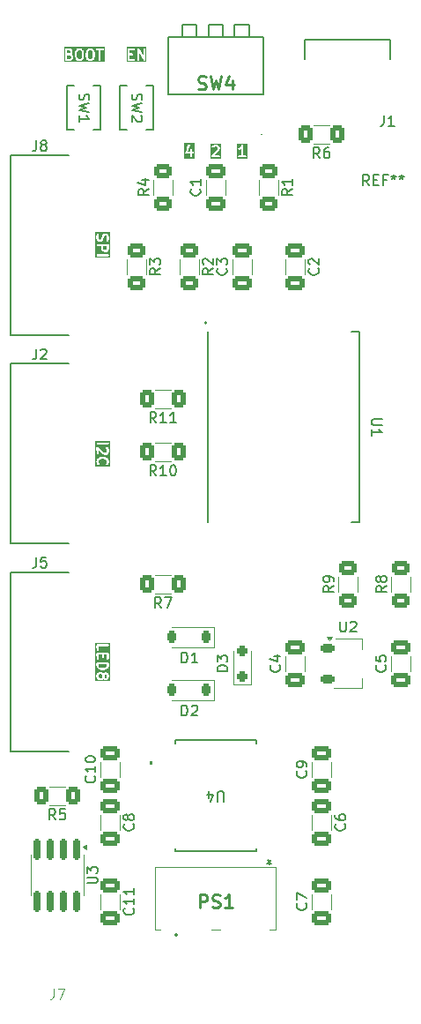
<source format=gbr>
%TF.GenerationSoftware,KiCad,Pcbnew,8.0.3-8.0.3-0~ubuntu22.04.1*%
%TF.CreationDate,2024-10-22T15:42:06+03:00*%
%TF.ProjectId,PM-ESPC3,504d2d45-5350-4433-932e-6b696361645f,rev?*%
%TF.SameCoordinates,Original*%
%TF.FileFunction,Legend,Top*%
%TF.FilePolarity,Positive*%
%FSLAX46Y46*%
G04 Gerber Fmt 4.6, Leading zero omitted, Abs format (unit mm)*
G04 Created by KiCad (PCBNEW 8.0.3-8.0.3-0~ubuntu22.04.1) date 2024-10-22 15:42:06*
%MOMM*%
%LPD*%
G01*
G04 APERTURE LIST*
G04 Aperture macros list*
%AMRoundRect*
0 Rectangle with rounded corners*
0 $1 Rounding radius*
0 $2 $3 $4 $5 $6 $7 $8 $9 X,Y pos of 4 corners*
0 Add a 4 corners polygon primitive as box body*
4,1,4,$2,$3,$4,$5,$6,$7,$8,$9,$2,$3,0*
0 Add four circle primitives for the rounded corners*
1,1,$1+$1,$2,$3*
1,1,$1+$1,$4,$5*
1,1,$1+$1,$6,$7*
1,1,$1+$1,$8,$9*
0 Add four rect primitives between the rounded corners*
20,1,$1+$1,$2,$3,$4,$5,0*
20,1,$1+$1,$4,$5,$6,$7,0*
20,1,$1+$1,$6,$7,$8,$9,0*
20,1,$1+$1,$8,$9,$2,$3,0*%
%AMFreePoly0*
4,1,9,3.862500,-0.866500,0.737500,-0.866500,0.737500,-0.450000,-0.737500,-0.450000,-0.737500,0.450000,0.737500,0.450000,0.737500,0.866500,3.862500,0.866500,3.862500,-0.866500,3.862500,-0.866500,$1*%
G04 Aperture macros list end*
%ADD10C,0.200000*%
%ADD11C,0.150000*%
%ADD12C,0.254000*%
%ADD13C,0.100000*%
%ADD14C,0.120000*%
%ADD15C,0.152400*%
%ADD16C,0.203200*%
%ADD17C,0.000000*%
%ADD18RoundRect,0.250000X0.625000X-0.400000X0.625000X0.400000X-0.625000X0.400000X-0.625000X-0.400000X0*%
%ADD19R,1.244600X1.346200*%
%ADD20R,0.889000X1.498600*%
%ADD21R,0.711200X0.711200*%
%ADD22RoundRect,0.250000X0.650000X-0.412500X0.650000X0.412500X-0.650000X0.412500X-0.650000X-0.412500X0*%
%ADD23R,1.500000X1.500000*%
%ADD24C,1.500000*%
%ADD25RoundRect,0.225000X-0.425000X-0.225000X0.425000X-0.225000X0.425000X0.225000X-0.425000X0.225000X0*%
%ADD26FreePoly0,0.000000*%
%ADD27R,0.406400X1.350000*%
%ADD28R,2.108200X1.600200*%
%ADD29O,1.000000X1.700000*%
%ADD30RoundRect,0.250000X0.400000X0.625000X-0.400000X0.625000X-0.400000X-0.625000X0.400000X-0.625000X0*%
%ADD31RoundRect,0.150000X-0.150000X0.825000X-0.150000X-0.825000X0.150000X-0.825000X0.150000X0.825000X0*%
%ADD32RoundRect,0.250000X-0.650000X0.412500X-0.650000X-0.412500X0.650000X-0.412500X0.650000X0.412500X0*%
%ADD33C,2.200000*%
%ADD34R,1.803400X0.635000*%
%ADD35R,2.997200X2.590800*%
%ADD36RoundRect,0.250000X0.250000X-0.250000X0.250000X0.250000X-0.250000X0.250000X-0.250000X-0.250000X0*%
%ADD37C,3.200000*%
%ADD38RoundRect,0.225000X0.225000X0.375000X-0.225000X0.375000X-0.225000X-0.375000X0.225000X-0.375000X0*%
%ADD39RoundRect,0.250000X-0.625000X0.400000X-0.625000X-0.400000X0.625000X-0.400000X0.625000X0.400000X0*%
%ADD40C,1.650000*%
%ADD41R,1.854200X0.482600*%
%ADD42C,1.000000*%
%ADD43C,1.700000*%
%ADD44C,2.500000*%
%ADD45C,2.400000*%
G04 APERTURE END LIST*
D10*
G36*
X-16037433Y-11198663D02*
G01*
X-16011656Y-11223325D01*
X-15980597Y-11283144D01*
X-15979286Y-11426474D01*
X-16008027Y-11486217D01*
X-16032685Y-11511990D01*
X-16092508Y-11543051D01*
X-16235837Y-11544362D01*
X-16295580Y-11515621D01*
X-16321356Y-11490961D01*
X-16352415Y-11431142D01*
X-16353726Y-11287810D01*
X-16324986Y-11228071D01*
X-16300323Y-11202293D01*
X-16240504Y-11171234D01*
X-16097174Y-11169923D01*
X-16037433Y-11198663D01*
G37*
G36*
X-15608862Y-11198663D02*
G01*
X-15583085Y-11223325D01*
X-15552026Y-11283144D01*
X-15550715Y-11426474D01*
X-15579456Y-11486217D01*
X-15604114Y-11511990D01*
X-15664779Y-11543488D01*
X-15666144Y-11543527D01*
X-15724152Y-11515621D01*
X-15749925Y-11490963D01*
X-15780986Y-11431140D01*
X-15782297Y-11287811D01*
X-15753557Y-11228070D01*
X-15728895Y-11202293D01*
X-15668234Y-11170797D01*
X-15666868Y-11170758D01*
X-15608862Y-11198663D01*
G37*
G36*
X-15550599Y-10336463D02*
G01*
X-15585199Y-10444307D01*
X-15650686Y-10511447D01*
X-15719293Y-10547068D01*
X-15886858Y-10590547D01*
X-16005666Y-10591953D01*
X-16172938Y-10551713D01*
X-16247608Y-10515791D01*
X-16316614Y-10448483D01*
X-16352309Y-10345301D01*
X-16353252Y-10218861D01*
X-15551487Y-10217350D01*
X-15550599Y-10336463D01*
G37*
G36*
X-15241109Y-11853968D02*
G01*
X-16663331Y-11853968D01*
X-16663331Y-11261905D01*
X-16552220Y-11261905D01*
X-16550615Y-11437413D01*
X-16551435Y-11439875D01*
X-16550468Y-11453491D01*
X-16550299Y-11471890D01*
X-16548924Y-11475209D01*
X-16548669Y-11478795D01*
X-16541662Y-11497103D01*
X-16492322Y-11592132D01*
X-16487747Y-11603176D01*
X-16484591Y-11607022D01*
X-16483599Y-11608932D01*
X-16481603Y-11610663D01*
X-16475311Y-11618330D01*
X-16425209Y-11666263D01*
X-16418293Y-11674238D01*
X-16414144Y-11676849D01*
X-16412539Y-11678385D01*
X-16410099Y-11679395D01*
X-16401702Y-11684681D01*
X-16318685Y-11724619D01*
X-16317300Y-11726004D01*
X-16306551Y-11730456D01*
X-16288156Y-11739306D01*
X-16284573Y-11739560D01*
X-16281252Y-11740936D01*
X-16261743Y-11742857D01*
X-16086236Y-11741251D01*
X-16083774Y-11742072D01*
X-16070159Y-11741104D01*
X-16051758Y-11740936D01*
X-16048438Y-11739560D01*
X-16044854Y-11739306D01*
X-16026546Y-11732300D01*
X-15931517Y-11682959D01*
X-15920472Y-11678385D01*
X-15916626Y-11675228D01*
X-15914718Y-11674238D01*
X-15912989Y-11672243D01*
X-15905318Y-11665949D01*
X-15880847Y-11640369D01*
X-15853781Y-11666263D01*
X-15846865Y-11674238D01*
X-15842716Y-11676849D01*
X-15841111Y-11678385D01*
X-15838671Y-11679395D01*
X-15830274Y-11684681D01*
X-15747257Y-11724619D01*
X-15745872Y-11726004D01*
X-15735123Y-11730456D01*
X-15716728Y-11739306D01*
X-15713145Y-11739560D01*
X-15709824Y-11740936D01*
X-15690315Y-11742857D01*
X-15655811Y-11741869D01*
X-15655203Y-11742072D01*
X-15650026Y-11741704D01*
X-15623187Y-11740936D01*
X-15619867Y-11739560D01*
X-15616283Y-11739306D01*
X-15597975Y-11732300D01*
X-15502946Y-11682959D01*
X-15491901Y-11678385D01*
X-15488055Y-11675228D01*
X-15486147Y-11674238D01*
X-15484418Y-11672243D01*
X-15476747Y-11665949D01*
X-15428814Y-11615846D01*
X-15420839Y-11608931D01*
X-15418228Y-11604781D01*
X-15416692Y-11603177D01*
X-15415682Y-11600736D01*
X-15410396Y-11592340D01*
X-15370458Y-11509322D01*
X-15369073Y-11507938D01*
X-15364621Y-11497188D01*
X-15355771Y-11478794D01*
X-15355517Y-11475210D01*
X-15354141Y-11471890D01*
X-15352220Y-11452381D01*
X-15353826Y-11276873D01*
X-15353005Y-11274412D01*
X-15353973Y-11260796D01*
X-15354141Y-11242396D01*
X-15355517Y-11239075D01*
X-15355771Y-11235492D01*
X-15362777Y-11217183D01*
X-15412120Y-11122149D01*
X-15416692Y-11111109D01*
X-15419848Y-11107263D01*
X-15420839Y-11105355D01*
X-15422837Y-11103622D01*
X-15429129Y-11095956D01*
X-15479230Y-11048024D01*
X-15486147Y-11040048D01*
X-15490297Y-11037435D01*
X-15491901Y-11035901D01*
X-15494341Y-11034890D01*
X-15502737Y-11029605D01*
X-15585755Y-10989666D01*
X-15587139Y-10988282D01*
X-15597889Y-10983829D01*
X-15616283Y-10974980D01*
X-15619867Y-10974725D01*
X-15623187Y-10973350D01*
X-15642696Y-10971429D01*
X-15677201Y-10972416D01*
X-15677808Y-10972214D01*
X-15682986Y-10972581D01*
X-15709824Y-10973350D01*
X-15713145Y-10974725D01*
X-15716728Y-10974980D01*
X-15735037Y-10981986D01*
X-15830071Y-11031328D01*
X-15841111Y-11035901D01*
X-15844957Y-11039056D01*
X-15846865Y-11040048D01*
X-15848598Y-11042045D01*
X-15856264Y-11048338D01*
X-15880736Y-11073917D01*
X-15907801Y-11048024D01*
X-15914718Y-11040048D01*
X-15918868Y-11037435D01*
X-15920472Y-11035901D01*
X-15922912Y-11034890D01*
X-15931308Y-11029605D01*
X-16014326Y-10989666D01*
X-16015710Y-10988282D01*
X-16026460Y-10983829D01*
X-16044854Y-10974980D01*
X-16048438Y-10974725D01*
X-16051758Y-10973350D01*
X-16071267Y-10971429D01*
X-16246775Y-10973034D01*
X-16249236Y-10972214D01*
X-16262852Y-10973181D01*
X-16281252Y-10973350D01*
X-16284573Y-10974725D01*
X-16288156Y-10974980D01*
X-16306465Y-10981986D01*
X-16401499Y-11031328D01*
X-16412539Y-11035901D01*
X-16416385Y-11039056D01*
X-16418293Y-11040048D01*
X-16420026Y-11042045D01*
X-16427692Y-11048338D01*
X-16475620Y-11098433D01*
X-16483599Y-11105354D01*
X-16486213Y-11109505D01*
X-16487747Y-11111110D01*
X-16488758Y-11113549D01*
X-16494042Y-11121945D01*
X-16533982Y-11204962D01*
X-16535367Y-11206348D01*
X-16539819Y-11217094D01*
X-16548669Y-11235491D01*
X-16548924Y-11239076D01*
X-16550299Y-11242396D01*
X-16552220Y-11261905D01*
X-16663331Y-11261905D01*
X-16663331Y-10119048D01*
X-16552220Y-10119048D01*
X-16550455Y-10355849D01*
X-16551435Y-10369651D01*
X-16550315Y-10374578D01*
X-16550299Y-10376652D01*
X-16549288Y-10379093D01*
X-16547088Y-10388766D01*
X-16502679Y-10517139D01*
X-16502679Y-10519509D01*
X-16497707Y-10531512D01*
X-16491476Y-10549524D01*
X-16489122Y-10552238D01*
X-16487747Y-10555557D01*
X-16475311Y-10570711D01*
X-16378927Y-10664722D01*
X-16370674Y-10674238D01*
X-16366436Y-10676905D01*
X-16364919Y-10678385D01*
X-16362482Y-10679394D01*
X-16354083Y-10684681D01*
X-16263812Y-10728109D01*
X-16256838Y-10733276D01*
X-16242204Y-10738504D01*
X-16240537Y-10739306D01*
X-16239817Y-10739357D01*
X-16238378Y-10739871D01*
X-16053066Y-10784450D01*
X-16043157Y-10788555D01*
X-16031048Y-10789747D01*
X-16028509Y-10790358D01*
X-16027051Y-10790140D01*
X-16023648Y-10790476D01*
X-15886075Y-10788848D01*
X-15875930Y-10790358D01*
X-15863952Y-10788586D01*
X-15861282Y-10788555D01*
X-15859919Y-10787990D01*
X-15856537Y-10787490D01*
X-15673458Y-10739985D01*
X-15663902Y-10739306D01*
X-15649290Y-10733714D01*
X-15647601Y-10733276D01*
X-15647021Y-10732845D01*
X-15645594Y-10732300D01*
X-15550565Y-10682959D01*
X-15539520Y-10678385D01*
X-15535674Y-10675228D01*
X-15533766Y-10674238D01*
X-15532037Y-10672243D01*
X-15524366Y-10665949D01*
X-15440538Y-10580004D01*
X-15438527Y-10578999D01*
X-15430262Y-10569469D01*
X-15416692Y-10555557D01*
X-15415318Y-10552238D01*
X-15412962Y-10549523D01*
X-15404971Y-10531623D01*
X-15359065Y-10388538D01*
X-15354141Y-10376652D01*
X-15353650Y-10371659D01*
X-15353005Y-10369651D01*
X-15353193Y-10367016D01*
X-15352220Y-10357143D01*
X-15354141Y-10099539D01*
X-15369073Y-10063491D01*
X-15396663Y-10035901D01*
X-15432711Y-10020969D01*
X-15452220Y-10019048D01*
X-16471729Y-10020969D01*
X-16507777Y-10035901D01*
X-16535367Y-10063491D01*
X-16550299Y-10099539D01*
X-16552220Y-10119048D01*
X-16663331Y-10119048D01*
X-16663331Y-9214286D01*
X-16552220Y-9214286D01*
X-16550299Y-9709985D01*
X-16535367Y-9746033D01*
X-16507777Y-9773623D01*
X-16471729Y-9788555D01*
X-16432711Y-9788555D01*
X-16396663Y-9773623D01*
X-16369073Y-9746033D01*
X-16354141Y-9709985D01*
X-16352220Y-9690476D01*
X-16353679Y-9314100D01*
X-16027870Y-9313486D01*
X-16026489Y-9567128D01*
X-16011557Y-9603176D01*
X-15983967Y-9630766D01*
X-15947919Y-9645698D01*
X-15908901Y-9645698D01*
X-15872853Y-9630766D01*
X-15845263Y-9603176D01*
X-15830331Y-9567128D01*
X-15828410Y-9547619D01*
X-15829687Y-9313112D01*
X-15551840Y-9312589D01*
X-15550299Y-9709985D01*
X-15535367Y-9746033D01*
X-15507777Y-9773623D01*
X-15471729Y-9788555D01*
X-15432711Y-9788555D01*
X-15396663Y-9773623D01*
X-15369073Y-9746033D01*
X-15354141Y-9709985D01*
X-15352220Y-9690476D01*
X-15354141Y-9194777D01*
X-15369073Y-9158729D01*
X-15396663Y-9131139D01*
X-15432711Y-9116207D01*
X-15452220Y-9114286D01*
X-16471729Y-9116207D01*
X-16507777Y-9131139D01*
X-16535367Y-9158729D01*
X-16550299Y-9194777D01*
X-16552220Y-9214286D01*
X-16663331Y-9214286D01*
X-16663331Y-8404762D01*
X-16552220Y-8404762D01*
X-16550299Y-8900461D01*
X-16535367Y-8936509D01*
X-16507777Y-8964099D01*
X-16471729Y-8979031D01*
X-16432711Y-8979031D01*
X-16396663Y-8964099D01*
X-16369073Y-8936509D01*
X-16354141Y-8900461D01*
X-16352220Y-8880952D01*
X-16353679Y-8504576D01*
X-15432711Y-8502841D01*
X-15396663Y-8487909D01*
X-15369073Y-8460319D01*
X-15354141Y-8424271D01*
X-15354141Y-8385253D01*
X-15369073Y-8349205D01*
X-15396663Y-8321615D01*
X-15432711Y-8306683D01*
X-15452220Y-8304762D01*
X-16471729Y-8306683D01*
X-16507777Y-8321615D01*
X-16535367Y-8349205D01*
X-16550299Y-8385253D01*
X-16552220Y-8404762D01*
X-16663331Y-8404762D01*
X-16663331Y-8193651D01*
X-15241109Y-8193651D01*
X-15241109Y-11853968D01*
G37*
G36*
X-11750794Y47596670D02*
G01*
X-13649206Y47596670D01*
X-13649206Y48807781D01*
X-13538095Y48807781D01*
X-13536174Y47788272D01*
X-13521242Y47752224D01*
X-13493652Y47724634D01*
X-13457604Y47709702D01*
X-13438095Y47707781D01*
X-12942396Y47709702D01*
X-12906348Y47724634D01*
X-12878758Y47752224D01*
X-12863826Y47788272D01*
X-12863826Y47827290D01*
X-12878758Y47863338D01*
X-12906348Y47890928D01*
X-12942396Y47905860D01*
X-12961905Y47907781D01*
X-13338281Y47906323D01*
X-13338895Y48232132D01*
X-13085253Y48233512D01*
X-13049205Y48248444D01*
X-13021615Y48276034D01*
X-13006683Y48312082D01*
X-13006683Y48351100D01*
X-13021615Y48387148D01*
X-13049205Y48414738D01*
X-13085253Y48429670D01*
X-13104762Y48431591D01*
X-13339269Y48430315D01*
X-13339792Y48708162D01*
X-12942396Y48709702D01*
X-12906348Y48724634D01*
X-12878758Y48752224D01*
X-12863826Y48788272D01*
X-12863826Y48807781D01*
X-12633333Y48807781D01*
X-12631412Y47788272D01*
X-12616480Y47752224D01*
X-12588890Y47724634D01*
X-12552842Y47709702D01*
X-12513824Y47709702D01*
X-12477776Y47724634D01*
X-12450186Y47752224D01*
X-12435254Y47788272D01*
X-12433333Y47807781D01*
X-12434514Y48434525D01*
X-12050016Y47764207D01*
X-12045052Y47752224D01*
X-12040573Y47747745D01*
X-12037382Y47742182D01*
X-12026866Y47734038D01*
X-12017462Y47724634D01*
X-12011575Y47722196D01*
X-12006533Y47718291D01*
X-11993701Y47714792D01*
X-11981414Y47709702D01*
X-11975038Y47709702D01*
X-11968889Y47708025D01*
X-11955696Y47709702D01*
X-11942396Y47709702D01*
X-11936508Y47712142D01*
X-11930183Y47712945D01*
X-11918634Y47719546D01*
X-11906348Y47724634D01*
X-11901841Y47729142D01*
X-11896306Y47732304D01*
X-11888162Y47742821D01*
X-11878758Y47752224D01*
X-11876320Y47758112D01*
X-11872415Y47763153D01*
X-11868916Y47775986D01*
X-11863826Y47788272D01*
X-11862844Y47798250D01*
X-11862149Y47800796D01*
X-11862400Y47802764D01*
X-11861905Y47807781D01*
X-11863826Y48827290D01*
X-11878758Y48863338D01*
X-11906348Y48890928D01*
X-11942396Y48905860D01*
X-11981414Y48905860D01*
X-12017462Y48890928D01*
X-12045052Y48863338D01*
X-12059984Y48827290D01*
X-12061905Y48807781D01*
X-12060725Y48181038D01*
X-12445223Y48851356D01*
X-12450186Y48863338D01*
X-12454666Y48867818D01*
X-12457856Y48873380D01*
X-12468371Y48881523D01*
X-12477776Y48890928D01*
X-12483667Y48893368D01*
X-12488705Y48897270D01*
X-12501534Y48900769D01*
X-12513824Y48905860D01*
X-12520199Y48905860D01*
X-12526348Y48907537D01*
X-12539541Y48905860D01*
X-12552842Y48905860D01*
X-12558731Y48903421D01*
X-12565055Y48902617D01*
X-12576605Y48896017D01*
X-12588890Y48890928D01*
X-12593398Y48886421D01*
X-12598932Y48883258D01*
X-12607075Y48872744D01*
X-12616480Y48863338D01*
X-12618920Y48857448D01*
X-12622822Y48852409D01*
X-12626321Y48839581D01*
X-12631412Y48827290D01*
X-12632395Y48817313D01*
X-12633089Y48814766D01*
X-12632839Y48812799D01*
X-12633333Y48807781D01*
X-12863826Y48807781D01*
X-12863826Y48827290D01*
X-12878758Y48863338D01*
X-12906348Y48890928D01*
X-12942396Y48905860D01*
X-12961905Y48907781D01*
X-13457604Y48905860D01*
X-13493652Y48890928D01*
X-13521242Y48863338D01*
X-13536174Y48827290D01*
X-13538095Y48807781D01*
X-13649206Y48807781D01*
X-13649206Y49018892D01*
X-11750794Y49018892D01*
X-11750794Y47596670D01*
G37*
G36*
X-15241109Y8767001D02*
G01*
X-16663331Y8767001D01*
X-16663331Y9261905D01*
X-16552220Y9261905D01*
X-16550611Y9165762D01*
X-16551435Y9154159D01*
X-16550336Y9149324D01*
X-16550299Y9147158D01*
X-16549288Y9144717D01*
X-16547088Y9135044D01*
X-16502679Y9006671D01*
X-16502679Y9004301D01*
X-16497707Y8992298D01*
X-16491476Y8974286D01*
X-16489122Y8971572D01*
X-16487747Y8968253D01*
X-16475311Y8953099D01*
X-16412539Y8893044D01*
X-16376490Y8878113D01*
X-16337472Y8878113D01*
X-16301424Y8893044D01*
X-16273834Y8920634D01*
X-16258903Y8956682D01*
X-16258903Y8995700D01*
X-16273834Y9031749D01*
X-16286271Y9046902D01*
X-16316927Y9076231D01*
X-16352424Y9178843D01*
X-16353487Y9242330D01*
X-16319241Y9349070D01*
X-16253753Y9416211D01*
X-16185149Y9451831D01*
X-16017582Y9495310D01*
X-15898775Y9496716D01*
X-15731502Y9456476D01*
X-15656832Y9420554D01*
X-15587826Y9353247D01*
X-15552017Y9249729D01*
X-15550954Y9186242D01*
X-15585341Y9079061D01*
X-15630605Y9031748D01*
X-15645537Y8995700D01*
X-15645537Y8956682D01*
X-15630605Y8920634D01*
X-15603015Y8893044D01*
X-15566967Y8878112D01*
X-15527949Y8878112D01*
X-15491901Y8893044D01*
X-15476747Y8905480D01*
X-15439661Y8944245D01*
X-15438527Y8944811D01*
X-15432790Y8951427D01*
X-15416692Y8968252D01*
X-15415318Y8971572D01*
X-15412962Y8974287D01*
X-15404971Y8992187D01*
X-15359065Y9135272D01*
X-15354141Y9147158D01*
X-15353650Y9152151D01*
X-15353005Y9154159D01*
X-15353193Y9156794D01*
X-15352220Y9166667D01*
X-15353830Y9262811D01*
X-15353005Y9274413D01*
X-15354105Y9279249D01*
X-15354141Y9281414D01*
X-15355153Y9283856D01*
X-15357352Y9293528D01*
X-15401760Y9421903D01*
X-15401760Y9424271D01*
X-15406730Y9436268D01*
X-15412962Y9454285D01*
X-15415318Y9457001D01*
X-15416692Y9460319D01*
X-15429128Y9475473D01*
X-15525518Y9569490D01*
X-15533766Y9579000D01*
X-15538003Y9581667D01*
X-15539520Y9583147D01*
X-15541960Y9584158D01*
X-15550356Y9589443D01*
X-15640628Y9632872D01*
X-15647601Y9638038D01*
X-15662234Y9643266D01*
X-15663902Y9644068D01*
X-15664625Y9644120D01*
X-15666062Y9644633D01*
X-15851373Y9689213D01*
X-15861282Y9693317D01*
X-15873392Y9694510D01*
X-15875930Y9695120D01*
X-15877389Y9694903D01*
X-15880791Y9695238D01*
X-16018365Y9693611D01*
X-16028509Y9695120D01*
X-16040488Y9693349D01*
X-16043157Y9693317D01*
X-16044521Y9692753D01*
X-16047902Y9692252D01*
X-16230982Y9644748D01*
X-16240537Y9644068D01*
X-16255153Y9638476D01*
X-16256838Y9638038D01*
X-16257418Y9637609D01*
X-16258846Y9637062D01*
X-16353880Y9587720D01*
X-16364919Y9583147D01*
X-16368764Y9579992D01*
X-16370674Y9579000D01*
X-16372407Y9577003D01*
X-16380073Y9570711D01*
X-16463901Y9484767D01*
X-16465911Y9483762D01*
X-16474177Y9474233D01*
X-16487747Y9460319D01*
X-16489122Y9457001D01*
X-16491476Y9454286D01*
X-16499468Y9436386D01*
X-16545375Y9293302D01*
X-16550299Y9281414D01*
X-16550791Y9276422D01*
X-16551435Y9274413D01*
X-16551248Y9271779D01*
X-16552220Y9261905D01*
X-16663331Y9261905D01*
X-16663331Y10595238D01*
X-16552220Y10595238D01*
X-16550299Y9956682D01*
X-16535367Y9920634D01*
X-16507777Y9893044D01*
X-16471729Y9878112D01*
X-16432711Y9878112D01*
X-16396663Y9893044D01*
X-16369073Y9920634D01*
X-16354141Y9956682D01*
X-16352220Y9976191D01*
X-16353362Y10355744D01*
X-15961282Y9965481D01*
X-15959790Y9962498D01*
X-15948089Y9952350D01*
X-15936348Y9940663D01*
X-15933030Y9939289D01*
X-15930314Y9936933D01*
X-15912414Y9928942D01*
X-15769330Y9883036D01*
X-15757443Y9878112D01*
X-15752451Y9877621D01*
X-15750442Y9876976D01*
X-15747808Y9877164D01*
X-15737934Y9876191D01*
X-15656917Y9877548D01*
X-15655203Y9876976D01*
X-15644159Y9877761D01*
X-15623187Y9878112D01*
X-15619867Y9879488D01*
X-15616283Y9879742D01*
X-15597975Y9886748D01*
X-15502946Y9936089D01*
X-15491901Y9940663D01*
X-15488055Y9943820D01*
X-15486147Y9944810D01*
X-15484418Y9946805D01*
X-15476747Y9953099D01*
X-15428814Y10003202D01*
X-15420839Y10010117D01*
X-15418228Y10014267D01*
X-15416692Y10015871D01*
X-15415682Y10018312D01*
X-15410396Y10026708D01*
X-15370458Y10109726D01*
X-15369073Y10111110D01*
X-15364621Y10121860D01*
X-15355771Y10140254D01*
X-15355517Y10143838D01*
X-15354141Y10147158D01*
X-15352220Y10166667D01*
X-15353883Y10389623D01*
X-15353005Y10392255D01*
X-15354008Y10406361D01*
X-15354141Y10424271D01*
X-15355517Y10427592D01*
X-15355771Y10431175D01*
X-15362777Y10449484D01*
X-15412120Y10544518D01*
X-15416692Y10555558D01*
X-15419848Y10559404D01*
X-15420839Y10561312D01*
X-15422837Y10563045D01*
X-15429129Y10570711D01*
X-15491901Y10630766D01*
X-15527949Y10645698D01*
X-15566967Y10645698D01*
X-15603015Y10630766D01*
X-15630605Y10603176D01*
X-15645537Y10567128D01*
X-15645537Y10528110D01*
X-15630605Y10492062D01*
X-15618169Y10476908D01*
X-15583085Y10443342D01*
X-15552063Y10383594D01*
X-15550639Y10192731D01*
X-15579456Y10132831D01*
X-15604114Y10107058D01*
X-15664257Y10075831D01*
X-15718360Y10074925D01*
X-15824654Y10109027D01*
X-16396663Y10678385D01*
X-16432711Y10693317D01*
X-16471729Y10693317D01*
X-16507777Y10678385D01*
X-16535367Y10650795D01*
X-16550299Y10614747D01*
X-16552220Y10595238D01*
X-16663331Y10595238D01*
X-16663331Y10995699D01*
X-16550299Y10995699D01*
X-16550299Y10956681D01*
X-16535367Y10920633D01*
X-16507777Y10893043D01*
X-16471729Y10878111D01*
X-16452220Y10876190D01*
X-15432711Y10878111D01*
X-15396663Y10893043D01*
X-15369073Y10920633D01*
X-15354141Y10956681D01*
X-15354141Y10995699D01*
X-15369073Y11031747D01*
X-15396663Y11059337D01*
X-15432711Y11074269D01*
X-15452220Y11076190D01*
X-16471729Y11074269D01*
X-16507777Y11059337D01*
X-16535367Y11031747D01*
X-16550299Y10995699D01*
X-16663331Y10995699D01*
X-16663331Y11187301D01*
X-15241109Y11187301D01*
X-15241109Y8767001D01*
G37*
G36*
X-19049538Y48198471D02*
G01*
X-19029913Y48179695D01*
X-18998796Y48119764D01*
X-18997662Y48023917D01*
X-19026283Y47964424D01*
X-19050945Y47938646D01*
X-19110585Y47907680D01*
X-19370662Y47906433D01*
X-19371276Y48232132D01*
X-19158072Y48233292D01*
X-19049538Y48198471D01*
G37*
G36*
X-19103309Y48680547D02*
G01*
X-19077532Y48655885D01*
X-19046307Y48595746D01*
X-19045495Y48547281D01*
X-19073903Y48488231D01*
X-19098561Y48462458D01*
X-19158230Y48431477D01*
X-19371650Y48430315D01*
X-19372173Y48708317D01*
X-19163395Y48709453D01*
X-19103309Y48680547D01*
G37*
G36*
X-18056041Y48680716D02*
G01*
X-17989651Y48615960D01*
X-17951397Y48468535D01*
X-17949718Y48160071D01*
X-17987453Y48003210D01*
X-18049897Y47939190D01*
X-18110765Y47907587D01*
X-18254094Y47906276D01*
X-18313485Y47934848D01*
X-18379874Y47999604D01*
X-18418128Y48147029D01*
X-18419807Y48455492D01*
X-18382072Y48612354D01*
X-18319629Y48676373D01*
X-18258761Y48707976D01*
X-18115431Y48709287D01*
X-18056041Y48680716D01*
G37*
G36*
X-17008422Y48680716D02*
G01*
X-16942032Y48615960D01*
X-16903778Y48468535D01*
X-16902099Y48160071D01*
X-16939834Y48003210D01*
X-17002278Y47939190D01*
X-17063146Y47907587D01*
X-17206475Y47906276D01*
X-17265866Y47934848D01*
X-17332255Y47999604D01*
X-17370509Y48147029D01*
X-17372188Y48455492D01*
X-17334453Y48612354D01*
X-17272010Y48676373D01*
X-17211142Y48707976D01*
X-17067812Y48709287D01*
X-17008422Y48680716D01*
G37*
G36*
X-15737477Y47596670D02*
G01*
X-19681587Y47596670D01*
X-19681587Y48807781D01*
X-19570476Y48807781D01*
X-19568555Y47788272D01*
X-19553623Y47752224D01*
X-19526033Y47724634D01*
X-19489985Y47709702D01*
X-19470476Y47707781D01*
X-19104937Y47709535D01*
X-19102031Y47708566D01*
X-19087207Y47709620D01*
X-19070015Y47709702D01*
X-19066695Y47711078D01*
X-19063111Y47711332D01*
X-19044803Y47718338D01*
X-18949775Y47767678D01*
X-18938728Y47772253D01*
X-18934882Y47775411D01*
X-18932975Y47776400D01*
X-18931245Y47778395D01*
X-18923575Y47784690D01*
X-18875642Y47834793D01*
X-18867667Y47841708D01*
X-18865056Y47845858D01*
X-18863519Y47847463D01*
X-18862508Y47849905D01*
X-18857224Y47858299D01*
X-18817286Y47941317D01*
X-18815901Y47942701D01*
X-18811449Y47953451D01*
X-18802599Y47971845D01*
X-18802345Y47975429D01*
X-18800969Y47978749D01*
X-18799048Y47998258D01*
X-18800565Y48126415D01*
X-18799833Y48128608D01*
X-18800742Y48141391D01*
X-18800969Y48160624D01*
X-18802345Y48163945D01*
X-18802599Y48167528D01*
X-18809605Y48185837D01*
X-18858948Y48280871D01*
X-18863520Y48291911D01*
X-18866676Y48295757D01*
X-18867667Y48297665D01*
X-18869665Y48299398D01*
X-18875957Y48307064D01*
X-18914720Y48344149D01*
X-18915287Y48345284D01*
X-18921913Y48351031D01*
X-18926398Y48355322D01*
X-18923261Y48358602D01*
X-18915286Y48365517D01*
X-18912675Y48369667D01*
X-18911139Y48371271D01*
X-18910129Y48373712D01*
X-18904843Y48382108D01*
X-18864905Y48465126D01*
X-18863520Y48466510D01*
X-18860233Y48474448D01*
X-18618095Y48474448D01*
X-18616315Y48147426D01*
X-18617977Y48136254D01*
X-18616188Y48124157D01*
X-18616174Y48121606D01*
X-18615610Y48120243D01*
X-18615109Y48116861D01*
X-18568555Y47937446D01*
X-18568555Y47931130D01*
X-18564168Y47920538D01*
X-18560895Y47907925D01*
X-18556470Y47901953D01*
X-18553624Y47895082D01*
X-18541187Y47879929D01*
X-18444799Y47785912D01*
X-18436550Y47776400D01*
X-18432315Y47773734D01*
X-18430796Y47772253D01*
X-18428356Y47771243D01*
X-18419959Y47765957D01*
X-18336942Y47726019D01*
X-18335557Y47724634D01*
X-18324808Y47720182D01*
X-18306413Y47711332D01*
X-18302830Y47711078D01*
X-18299509Y47709702D01*
X-18280000Y47707781D01*
X-18104493Y47709387D01*
X-18102031Y47708566D01*
X-18088416Y47709534D01*
X-18070015Y47709702D01*
X-18066695Y47711078D01*
X-18063111Y47711332D01*
X-18044803Y47718338D01*
X-17949775Y47767678D01*
X-17938728Y47772253D01*
X-17934882Y47775411D01*
X-17932975Y47776400D01*
X-17931245Y47778395D01*
X-17923575Y47784690D01*
X-17836906Y47873547D01*
X-17831858Y47876575D01*
X-17825242Y47885506D01*
X-17815900Y47895082D01*
X-17813055Y47901953D01*
X-17808629Y47907925D01*
X-17802034Y47926385D01*
X-17757455Y48111698D01*
X-17753350Y48121606D01*
X-17752158Y48133716D01*
X-17751547Y48136254D01*
X-17751765Y48137713D01*
X-17751429Y48141115D01*
X-17753210Y48468138D01*
X-17752271Y48474448D01*
X-17570476Y48474448D01*
X-17568696Y48147426D01*
X-17570358Y48136254D01*
X-17568569Y48124157D01*
X-17568555Y48121606D01*
X-17567991Y48120243D01*
X-17567490Y48116861D01*
X-17520936Y47937446D01*
X-17520936Y47931130D01*
X-17516549Y47920538D01*
X-17513276Y47907925D01*
X-17508851Y47901953D01*
X-17506005Y47895082D01*
X-17493568Y47879929D01*
X-17397180Y47785912D01*
X-17388931Y47776400D01*
X-17384696Y47773734D01*
X-17383177Y47772253D01*
X-17380737Y47771243D01*
X-17372340Y47765957D01*
X-17289323Y47726019D01*
X-17287938Y47724634D01*
X-17277189Y47720182D01*
X-17258794Y47711332D01*
X-17255211Y47711078D01*
X-17251890Y47709702D01*
X-17232381Y47707781D01*
X-17056874Y47709387D01*
X-17054412Y47708566D01*
X-17040797Y47709534D01*
X-17022396Y47709702D01*
X-17019076Y47711078D01*
X-17015492Y47711332D01*
X-16997184Y47718338D01*
X-16902156Y47767678D01*
X-16891109Y47772253D01*
X-16887263Y47775411D01*
X-16885356Y47776400D01*
X-16883626Y47778395D01*
X-16875956Y47784690D01*
X-16789287Y47873547D01*
X-16784239Y47876575D01*
X-16777623Y47885506D01*
X-16768281Y47895082D01*
X-16765436Y47901953D01*
X-16761010Y47907925D01*
X-16754415Y47926385D01*
X-16709836Y48111698D01*
X-16705731Y48121606D01*
X-16704539Y48133716D01*
X-16703928Y48136254D01*
X-16704146Y48137713D01*
X-16703810Y48141115D01*
X-16705591Y48468138D01*
X-16703928Y48479309D01*
X-16705718Y48491407D01*
X-16705731Y48493957D01*
X-16706296Y48495321D01*
X-16706796Y48498702D01*
X-16753350Y48678118D01*
X-16753350Y48684433D01*
X-16757737Y48695024D01*
X-16761010Y48707638D01*
X-16765437Y48713613D01*
X-16768282Y48720481D01*
X-16780718Y48735635D01*
X-16874686Y48827290D01*
X-16616174Y48827290D01*
X-16616174Y48788272D01*
X-16601242Y48752224D01*
X-16573652Y48724634D01*
X-16537604Y48709702D01*
X-16518095Y48707781D01*
X-16332194Y48708386D01*
X-16330460Y47788272D01*
X-16315528Y47752224D01*
X-16287938Y47724634D01*
X-16251890Y47709702D01*
X-16212872Y47709702D01*
X-16176824Y47724634D01*
X-16149234Y47752224D01*
X-16134302Y47788272D01*
X-16132381Y47807781D01*
X-16134080Y48709030D01*
X-15927158Y48709702D01*
X-15891110Y48724634D01*
X-15863520Y48752224D01*
X-15848588Y48788272D01*
X-15848588Y48827290D01*
X-15863520Y48863338D01*
X-15891110Y48890928D01*
X-15927158Y48905860D01*
X-15946667Y48907781D01*
X-16537604Y48905860D01*
X-16573652Y48890928D01*
X-16601242Y48863338D01*
X-16616174Y48827290D01*
X-16874686Y48827290D01*
X-16877108Y48829652D01*
X-16885356Y48839162D01*
X-16889593Y48841829D01*
X-16891110Y48843309D01*
X-16893550Y48844320D01*
X-16901946Y48849605D01*
X-16984964Y48889544D01*
X-16986348Y48890928D01*
X-16997098Y48895381D01*
X-17015492Y48904230D01*
X-17019076Y48904485D01*
X-17022396Y48905860D01*
X-17041905Y48907781D01*
X-17217413Y48906176D01*
X-17219874Y48906996D01*
X-17233490Y48906029D01*
X-17251890Y48905860D01*
X-17255211Y48904485D01*
X-17258794Y48904230D01*
X-17277103Y48897224D01*
X-17372137Y48847882D01*
X-17383176Y48843309D01*
X-17387021Y48840154D01*
X-17388931Y48839162D01*
X-17390664Y48837165D01*
X-17398330Y48830873D01*
X-17484998Y48742018D01*
X-17490047Y48738988D01*
X-17496667Y48730054D01*
X-17506004Y48720481D01*
X-17508850Y48713613D01*
X-17513276Y48707638D01*
X-17519871Y48689177D01*
X-17564451Y48503867D01*
X-17568555Y48493957D01*
X-17569748Y48481848D01*
X-17570358Y48479309D01*
X-17570141Y48477851D01*
X-17570476Y48474448D01*
X-17752271Y48474448D01*
X-17751547Y48479309D01*
X-17753337Y48491407D01*
X-17753350Y48493957D01*
X-17753915Y48495321D01*
X-17754415Y48498702D01*
X-17800969Y48678118D01*
X-17800969Y48684433D01*
X-17805356Y48695024D01*
X-17808629Y48707638D01*
X-17813056Y48713613D01*
X-17815901Y48720481D01*
X-17828337Y48735635D01*
X-17924727Y48829652D01*
X-17932975Y48839162D01*
X-17937212Y48841829D01*
X-17938729Y48843309D01*
X-17941169Y48844320D01*
X-17949565Y48849605D01*
X-18032583Y48889544D01*
X-18033967Y48890928D01*
X-18044717Y48895381D01*
X-18063111Y48904230D01*
X-18066695Y48904485D01*
X-18070015Y48905860D01*
X-18089524Y48907781D01*
X-18265032Y48906176D01*
X-18267493Y48906996D01*
X-18281109Y48906029D01*
X-18299509Y48905860D01*
X-18302830Y48904485D01*
X-18306413Y48904230D01*
X-18324722Y48897224D01*
X-18419756Y48847882D01*
X-18430795Y48843309D01*
X-18434640Y48840154D01*
X-18436550Y48839162D01*
X-18438283Y48837165D01*
X-18445949Y48830873D01*
X-18532617Y48742018D01*
X-18537666Y48738988D01*
X-18544286Y48730054D01*
X-18553623Y48720481D01*
X-18556469Y48713613D01*
X-18560895Y48707638D01*
X-18567490Y48689177D01*
X-18612070Y48503867D01*
X-18616174Y48493957D01*
X-18617367Y48481848D01*
X-18617977Y48479309D01*
X-18617760Y48477851D01*
X-18618095Y48474448D01*
X-18860233Y48474448D01*
X-18859068Y48477260D01*
X-18850218Y48495654D01*
X-18849964Y48499238D01*
X-18848588Y48502558D01*
X-18846667Y48522067D01*
X-18848024Y48603085D01*
X-18847452Y48604798D01*
X-18848237Y48615843D01*
X-18848588Y48636814D01*
X-18849964Y48640135D01*
X-18850218Y48643718D01*
X-18857224Y48662027D01*
X-18906567Y48757061D01*
X-18911139Y48768101D01*
X-18914295Y48771947D01*
X-18915286Y48773855D01*
X-18917284Y48775588D01*
X-18923576Y48783254D01*
X-18973677Y48831186D01*
X-18980594Y48839162D01*
X-18984744Y48841775D01*
X-18986348Y48843309D01*
X-18988788Y48844320D01*
X-18997184Y48849605D01*
X-19080202Y48889544D01*
X-19081586Y48890928D01*
X-19092336Y48895381D01*
X-19110730Y48904230D01*
X-19114314Y48904485D01*
X-19117634Y48905860D01*
X-19137143Y48907781D01*
X-19489985Y48905860D01*
X-19526033Y48890928D01*
X-19553623Y48863338D01*
X-19568555Y48827290D01*
X-19570476Y48807781D01*
X-19681587Y48807781D01*
X-19681587Y49018892D01*
X-15737477Y49018892D01*
X-15737477Y47596670D01*
G37*
G36*
X-7077477Y38338591D02*
G01*
X-8116040Y38338591D01*
X-8116040Y38893622D01*
X-8004929Y38893622D01*
X-8003793Y38877638D01*
X-8003793Y38861606D01*
X-8002418Y38858286D01*
X-8002163Y38854702D01*
X-7994996Y38840367D01*
X-7988861Y38825558D01*
X-7986321Y38823018D01*
X-7984713Y38819803D01*
X-7972602Y38809299D01*
X-7961271Y38797968D01*
X-7957953Y38796594D01*
X-7955237Y38794238D01*
X-7940028Y38789169D01*
X-7925223Y38783036D01*
X-7920123Y38782534D01*
X-7918221Y38781900D01*
X-7915588Y38782088D01*
X-7905714Y38781115D01*
X-7528315Y38782251D01*
X-7527603Y38528272D01*
X-7512671Y38492224D01*
X-7485081Y38464634D01*
X-7449033Y38449702D01*
X-7410015Y38449702D01*
X-7373967Y38464634D01*
X-7346377Y38492224D01*
X-7331445Y38528272D01*
X-7329524Y38547781D01*
X-7330183Y38782847D01*
X-7267158Y38783036D01*
X-7231110Y38797968D01*
X-7203520Y38825558D01*
X-7188588Y38861606D01*
X-7188588Y38900624D01*
X-7203520Y38936672D01*
X-7231110Y38964262D01*
X-7267158Y38979194D01*
X-7286667Y38981115D01*
X-7330737Y38980983D01*
X-7331445Y39233957D01*
X-7346377Y39270005D01*
X-7373967Y39297595D01*
X-7410015Y39312527D01*
X-7449033Y39312527D01*
X-7485081Y39297595D01*
X-7512671Y39270005D01*
X-7527603Y39233957D01*
X-7529524Y39214448D01*
X-7528869Y38980387D01*
X-7767814Y38979668D01*
X-7568404Y39582892D01*
X-7571170Y39621812D01*
X-7588620Y39656711D01*
X-7618096Y39682276D01*
X-7655112Y39694615D01*
X-7694032Y39691848D01*
X-7728931Y39674399D01*
X-7754496Y39644923D01*
X-7762487Y39627022D01*
X-7997957Y38914715D01*
X-8003793Y38900624D01*
X-8003793Y38897059D01*
X-8004929Y38893622D01*
X-8116040Y38893622D01*
X-8116040Y39805726D01*
X-7077477Y39805726D01*
X-7077477Y38338591D01*
G37*
G36*
X-4583175Y38336670D02*
G01*
X-5622523Y38336670D01*
X-5622523Y38567290D01*
X-5511412Y38567290D01*
X-5511412Y38528272D01*
X-5496480Y38492224D01*
X-5468890Y38464634D01*
X-5432842Y38449702D01*
X-5413333Y38447781D01*
X-4774777Y38449702D01*
X-4738729Y38464634D01*
X-4711139Y38492224D01*
X-4696207Y38528272D01*
X-4696207Y38567290D01*
X-4711139Y38603338D01*
X-4738729Y38630928D01*
X-4774777Y38645860D01*
X-4794286Y38647781D01*
X-5173839Y38646640D01*
X-4783576Y39038720D01*
X-4780593Y39040211D01*
X-4770445Y39051913D01*
X-4758758Y39063653D01*
X-4757384Y39066972D01*
X-4755028Y39069687D01*
X-4747037Y39087587D01*
X-4701131Y39230672D01*
X-4696207Y39242558D01*
X-4695716Y39247551D01*
X-4695071Y39249559D01*
X-4695259Y39252194D01*
X-4694286Y39262067D01*
X-4695643Y39343085D01*
X-4695071Y39344798D01*
X-4695856Y39355843D01*
X-4696207Y39376814D01*
X-4697583Y39380135D01*
X-4697837Y39383718D01*
X-4704843Y39402027D01*
X-4754186Y39497061D01*
X-4758758Y39508101D01*
X-4761914Y39511947D01*
X-4762905Y39513855D01*
X-4764903Y39515588D01*
X-4771195Y39523254D01*
X-4821296Y39571186D01*
X-4828213Y39579162D01*
X-4832363Y39581775D01*
X-4833967Y39583309D01*
X-4836407Y39584320D01*
X-4844803Y39589605D01*
X-4927821Y39629544D01*
X-4929205Y39630928D01*
X-4939955Y39635381D01*
X-4958349Y39644230D01*
X-4961933Y39644485D01*
X-4965253Y39645860D01*
X-4984762Y39647781D01*
X-5207718Y39646119D01*
X-5210350Y39646996D01*
X-5224456Y39645994D01*
X-5242366Y39645860D01*
X-5245687Y39644485D01*
X-5249270Y39644230D01*
X-5267579Y39637224D01*
X-5362613Y39587882D01*
X-5373653Y39583309D01*
X-5377499Y39580154D01*
X-5379407Y39579162D01*
X-5381140Y39577165D01*
X-5388806Y39570872D01*
X-5448861Y39508100D01*
X-5463793Y39472052D01*
X-5463793Y39433034D01*
X-5448861Y39396986D01*
X-5421271Y39369396D01*
X-5385223Y39354464D01*
X-5346205Y39354464D01*
X-5310157Y39369396D01*
X-5295003Y39381832D01*
X-5261437Y39416917D01*
X-5201689Y39447939D01*
X-5010826Y39449363D01*
X-4950928Y39420547D01*
X-4925151Y39395885D01*
X-4893926Y39335746D01*
X-4893020Y39281642D01*
X-4927122Y39175348D01*
X-5496480Y38603338D01*
X-5511412Y38567290D01*
X-5622523Y38567290D01*
X-5622523Y39758892D01*
X-4583175Y39758892D01*
X-4583175Y38336670D01*
G37*
G36*
X-15550519Y29669170D02*
G01*
X-15579456Y29609021D01*
X-15604114Y29583248D01*
X-15664049Y29552129D01*
X-15759895Y29550995D01*
X-15819390Y29579617D01*
X-15845163Y29604275D01*
X-15876131Y29663918D01*
X-15877382Y29924893D01*
X-15551749Y29925506D01*
X-15550519Y29669170D01*
G37*
G36*
X-15241109Y28812698D02*
G01*
X-16663331Y28812698D01*
X-16663331Y29043318D01*
X-16550299Y29043318D01*
X-16550299Y29004300D01*
X-16535367Y28968252D01*
X-16507777Y28940662D01*
X-16471729Y28925730D01*
X-16452220Y28923809D01*
X-15432711Y28925730D01*
X-15396663Y28940662D01*
X-15369073Y28968252D01*
X-15354141Y29004300D01*
X-15354141Y29043318D01*
X-15369073Y29079366D01*
X-15396663Y29106956D01*
X-15432711Y29121888D01*
X-15452220Y29123809D01*
X-16471729Y29121888D01*
X-16507777Y29106956D01*
X-16535367Y29079366D01*
X-16550299Y29043318D01*
X-16663331Y29043318D01*
X-16663331Y30043318D01*
X-16550299Y30043318D01*
X-16550299Y30004300D01*
X-16535367Y29968252D01*
X-16507777Y29940662D01*
X-16471729Y29925730D01*
X-16452220Y29923809D01*
X-16075553Y29924519D01*
X-16074276Y29658270D01*
X-16075244Y29655364D01*
X-16074191Y29640540D01*
X-16074108Y29623348D01*
X-16072733Y29620028D01*
X-16072478Y29616444D01*
X-16065472Y29598136D01*
X-16016132Y29503107D01*
X-16011557Y29492062D01*
X-16008401Y29488216D01*
X-16007410Y29486308D01*
X-16005416Y29484579D01*
X-15999121Y29476908D01*
X-15949019Y29428975D01*
X-15942103Y29421000D01*
X-15937954Y29418389D01*
X-15936349Y29416853D01*
X-15933909Y29415843D01*
X-15925512Y29410557D01*
X-15842495Y29370619D01*
X-15841110Y29369234D01*
X-15830361Y29364782D01*
X-15811966Y29355932D01*
X-15808383Y29355678D01*
X-15805062Y29354302D01*
X-15785553Y29352381D01*
X-15657397Y29353898D01*
X-15655203Y29353166D01*
X-15642421Y29354075D01*
X-15623187Y29354302D01*
X-15619867Y29355678D01*
X-15616283Y29355932D01*
X-15597975Y29362938D01*
X-15502946Y29412279D01*
X-15491901Y29416853D01*
X-15488055Y29420010D01*
X-15486147Y29421000D01*
X-15484418Y29422995D01*
X-15476747Y29429289D01*
X-15428814Y29479392D01*
X-15420839Y29486307D01*
X-15418228Y29490457D01*
X-15416692Y29492061D01*
X-15415682Y29494502D01*
X-15410396Y29502898D01*
X-15370458Y29585916D01*
X-15369073Y29587300D01*
X-15364621Y29598050D01*
X-15355771Y29616444D01*
X-15355517Y29620028D01*
X-15354141Y29623348D01*
X-15352220Y29642857D01*
X-15354141Y30043318D01*
X-15369073Y30079366D01*
X-15396663Y30106956D01*
X-15432711Y30121888D01*
X-15452220Y30123809D01*
X-16471729Y30121888D01*
X-16507777Y30106956D01*
X-16535367Y30079366D01*
X-16550299Y30043318D01*
X-16663331Y30043318D01*
X-16663331Y30880952D01*
X-16552220Y30880952D01*
X-16550558Y30657997D01*
X-16551435Y30655363D01*
X-16550433Y30641258D01*
X-16550299Y30623348D01*
X-16548924Y30620029D01*
X-16548669Y30616443D01*
X-16541662Y30598135D01*
X-16492322Y30503106D01*
X-16487747Y30492062D01*
X-16484591Y30488216D01*
X-16483599Y30486306D01*
X-16481603Y30484575D01*
X-16475311Y30476908D01*
X-16425209Y30428975D01*
X-16418293Y30421000D01*
X-16414144Y30418389D01*
X-16412539Y30416853D01*
X-16410099Y30415843D01*
X-16401702Y30410557D01*
X-16318685Y30370619D01*
X-16317300Y30369234D01*
X-16306551Y30364782D01*
X-16288156Y30355932D01*
X-16284573Y30355678D01*
X-16281252Y30354302D01*
X-16261743Y30352381D01*
X-16180726Y30353738D01*
X-16179012Y30353166D01*
X-16167968Y30353951D01*
X-16146996Y30354302D01*
X-16143676Y30355678D01*
X-16140092Y30355932D01*
X-16121784Y30362938D01*
X-16026755Y30412279D01*
X-16015710Y30416853D01*
X-16011864Y30420010D01*
X-16009956Y30421000D01*
X-16008227Y30422995D01*
X-16000556Y30429289D01*
X-15952623Y30479392D01*
X-15944648Y30486307D01*
X-15942037Y30490457D01*
X-15940501Y30492061D01*
X-15939491Y30494502D01*
X-15934205Y30502898D01*
X-15890777Y30593170D01*
X-15885610Y30600143D01*
X-15880382Y30614778D01*
X-15879580Y30616444D01*
X-15879529Y30617165D01*
X-15879015Y30618603D01*
X-15837267Y30792147D01*
X-15801176Y30867168D01*
X-15776514Y30892945D01*
X-15716375Y30924170D01*
X-15667910Y30924982D01*
X-15608862Y30896575D01*
X-15583085Y30871913D01*
X-15552063Y30812165D01*
X-15550599Y30615918D01*
X-15599054Y30464888D01*
X-15596288Y30425968D01*
X-15578838Y30391069D01*
X-15549362Y30365504D01*
X-15512346Y30353166D01*
X-15473426Y30355932D01*
X-15438527Y30373382D01*
X-15412962Y30402858D01*
X-15404971Y30420758D01*
X-15359065Y30563843D01*
X-15354141Y30575729D01*
X-15353650Y30580722D01*
X-15353005Y30582730D01*
X-15353193Y30585365D01*
X-15352220Y30595238D01*
X-15353883Y30818194D01*
X-15353005Y30820826D01*
X-15354008Y30834932D01*
X-15354141Y30852842D01*
X-15355517Y30856163D01*
X-15355771Y30859746D01*
X-15362777Y30878055D01*
X-15412120Y30973089D01*
X-15416692Y30984129D01*
X-15419848Y30987975D01*
X-15420839Y30989883D01*
X-15422837Y30991616D01*
X-15429129Y30999282D01*
X-15479230Y31047214D01*
X-15486147Y31055190D01*
X-15490297Y31057803D01*
X-15491901Y31059337D01*
X-15494341Y31060348D01*
X-15502737Y31065633D01*
X-15585755Y31105572D01*
X-15587139Y31106956D01*
X-15597889Y31111409D01*
X-15616283Y31120258D01*
X-15619867Y31120513D01*
X-15623187Y31121888D01*
X-15642696Y31123809D01*
X-15723714Y31122453D01*
X-15725427Y31123024D01*
X-15736472Y31122240D01*
X-15757443Y31121888D01*
X-15760764Y31120513D01*
X-15764347Y31120258D01*
X-15782656Y31113252D01*
X-15877690Y31063910D01*
X-15888730Y31059337D01*
X-15892576Y31056182D01*
X-15894484Y31055190D01*
X-15896217Y31053193D01*
X-15903883Y31046900D01*
X-15951815Y30996800D01*
X-15959791Y30989882D01*
X-15962404Y30985733D01*
X-15963938Y30984128D01*
X-15964949Y30981689D01*
X-15970234Y30973292D01*
X-16013663Y30883021D01*
X-16018829Y30876047D01*
X-16024057Y30861415D01*
X-16024859Y30859746D01*
X-16024911Y30859024D01*
X-16025424Y30857586D01*
X-16067173Y30684044D01*
X-16103265Y30609021D01*
X-16127923Y30583248D01*
X-16188066Y30552021D01*
X-16236530Y30551209D01*
X-16295580Y30579617D01*
X-16321356Y30604277D01*
X-16352378Y30664026D01*
X-16353842Y30860272D01*
X-16305385Y31011301D01*
X-16308151Y31050221D01*
X-16325600Y31085120D01*
X-16355076Y31110685D01*
X-16392092Y31123024D01*
X-16431012Y31120258D01*
X-16465911Y31102809D01*
X-16491476Y31073333D01*
X-16499468Y31055433D01*
X-16545375Y30912349D01*
X-16550299Y30900461D01*
X-16550791Y30895469D01*
X-16551435Y30893460D01*
X-16551248Y30890826D01*
X-16552220Y30880952D01*
X-16663331Y30880952D01*
X-16663331Y31234920D01*
X-15241109Y31234920D01*
X-15241109Y28812698D01*
G37*
G36*
X-2045096Y38336670D02*
G01*
X-3036040Y38336670D01*
X-3036040Y39274574D01*
X-2924929Y39274574D01*
X-2922163Y39235654D01*
X-2904714Y39200755D01*
X-2875237Y39175191D01*
X-2838221Y39162852D01*
X-2799301Y39165618D01*
X-2780993Y39172624D01*
X-2685964Y39221965D01*
X-2674919Y39226539D01*
X-2671073Y39229696D01*
X-2669165Y39230686D01*
X-2667436Y39232681D01*
X-2659765Y39238975D01*
X-2639458Y39259796D01*
X-2638302Y38646533D01*
X-2845223Y38645860D01*
X-2881271Y38630928D01*
X-2908861Y38603338D01*
X-2923793Y38567290D01*
X-2923793Y38528272D01*
X-2908861Y38492224D01*
X-2881271Y38464634D01*
X-2845223Y38449702D01*
X-2825714Y38447781D01*
X-2234777Y38449702D01*
X-2198729Y38464634D01*
X-2171139Y38492224D01*
X-2156207Y38528272D01*
X-2156207Y38567290D01*
X-2171139Y38603338D01*
X-2198729Y38630928D01*
X-2234777Y38645860D01*
X-2254286Y38647781D01*
X-2440188Y38647177D01*
X-2441867Y39538450D01*
X-2440000Y39547886D01*
X-2441903Y39557398D01*
X-2441921Y39567290D01*
X-2445711Y39576439D01*
X-2447652Y39586146D01*
X-2453104Y39594287D01*
X-2456853Y39603338D01*
X-2463853Y39610338D01*
X-2469363Y39618566D01*
X-2477518Y39624003D01*
X-2484443Y39630928D01*
X-2493587Y39634716D01*
X-2501828Y39640210D01*
X-2511442Y39642112D01*
X-2520491Y39645860D01*
X-2530392Y39645860D01*
X-2540104Y39647781D01*
X-2549709Y39645860D01*
X-2559509Y39645860D01*
X-2568658Y39642071D01*
X-2578365Y39640129D01*
X-2586506Y39634678D01*
X-2595557Y39630928D01*
X-2602557Y39623929D01*
X-2610785Y39618418D01*
X-2623074Y39603412D01*
X-2623147Y39603338D01*
X-2623161Y39603306D01*
X-2623205Y39603251D01*
X-2707439Y39474108D01*
X-2786085Y39393477D01*
X-2887026Y39341067D01*
X-2912590Y39311590D01*
X-2924929Y39274574D01*
X-3036040Y39274574D01*
X-3036040Y39758892D01*
X-2045096Y39758892D01*
X-2045096Y38336670D01*
G37*
D11*
X6254819Y-2706666D02*
X5778628Y-3039999D01*
X6254819Y-3278094D02*
X5254819Y-3278094D01*
X5254819Y-3278094D02*
X5254819Y-2897142D01*
X5254819Y-2897142D02*
X5302438Y-2801904D01*
X5302438Y-2801904D02*
X5350057Y-2754285D01*
X5350057Y-2754285D02*
X5445295Y-2706666D01*
X5445295Y-2706666D02*
X5588152Y-2706666D01*
X5588152Y-2706666D02*
X5683390Y-2754285D01*
X5683390Y-2754285D02*
X5731009Y-2801904D01*
X5731009Y-2801904D02*
X5778628Y-2897142D01*
X5778628Y-2897142D02*
X5778628Y-3278094D01*
X6254819Y-2230475D02*
X6254819Y-2039999D01*
X6254819Y-2039999D02*
X6207200Y-1944761D01*
X6207200Y-1944761D02*
X6159580Y-1897142D01*
X6159580Y-1897142D02*
X6016723Y-1801904D01*
X6016723Y-1801904D02*
X5826247Y-1754285D01*
X5826247Y-1754285D02*
X5445295Y-1754285D01*
X5445295Y-1754285D02*
X5350057Y-1801904D01*
X5350057Y-1801904D02*
X5302438Y-1849523D01*
X5302438Y-1849523D02*
X5254819Y-1944761D01*
X5254819Y-1944761D02*
X5254819Y-2135237D01*
X5254819Y-2135237D02*
X5302438Y-2230475D01*
X5302438Y-2230475D02*
X5350057Y-2278094D01*
X5350057Y-2278094D02*
X5445295Y-2325713D01*
X5445295Y-2325713D02*
X5683390Y-2325713D01*
X5683390Y-2325713D02*
X5778628Y-2278094D01*
X5778628Y-2278094D02*
X5826247Y-2230475D01*
X5826247Y-2230475D02*
X5873866Y-2135237D01*
X5873866Y-2135237D02*
X5873866Y-1944761D01*
X5873866Y-1944761D02*
X5826247Y-1849523D01*
X5826247Y-1849523D02*
X5778628Y-1801904D01*
X5778628Y-1801904D02*
X5683390Y-1754285D01*
X-13107200Y44513333D02*
X-13154820Y44370476D01*
X-13154820Y44370476D02*
X-13154820Y44132381D01*
X-13154820Y44132381D02*
X-13107200Y44037143D01*
X-13107200Y44037143D02*
X-13059581Y43989524D01*
X-13059581Y43989524D02*
X-12964343Y43941905D01*
X-12964343Y43941905D02*
X-12869105Y43941905D01*
X-12869105Y43941905D02*
X-12773867Y43989524D01*
X-12773867Y43989524D02*
X-12726248Y44037143D01*
X-12726248Y44037143D02*
X-12678629Y44132381D01*
X-12678629Y44132381D02*
X-12631010Y44322857D01*
X-12631010Y44322857D02*
X-12583391Y44418095D01*
X-12583391Y44418095D02*
X-12535772Y44465714D01*
X-12535772Y44465714D02*
X-12440534Y44513333D01*
X-12440534Y44513333D02*
X-12345296Y44513333D01*
X-12345296Y44513333D02*
X-12250058Y44465714D01*
X-12250058Y44465714D02*
X-12202439Y44418095D01*
X-12202439Y44418095D02*
X-12154820Y44322857D01*
X-12154820Y44322857D02*
X-12154820Y44084762D01*
X-12154820Y44084762D02*
X-12202439Y43941905D01*
X-12154820Y43608571D02*
X-13154820Y43370476D01*
X-13154820Y43370476D02*
X-12440534Y43180000D01*
X-12440534Y43180000D02*
X-13154820Y42989524D01*
X-13154820Y42989524D02*
X-12154820Y42751428D01*
X-12250058Y42418095D02*
X-12202439Y42370476D01*
X-12202439Y42370476D02*
X-12154820Y42275238D01*
X-12154820Y42275238D02*
X-12154820Y42037143D01*
X-12154820Y42037143D02*
X-12202439Y41941905D01*
X-12202439Y41941905D02*
X-12250058Y41894286D01*
X-12250058Y41894286D02*
X-12345296Y41846667D01*
X-12345296Y41846667D02*
X-12440534Y41846667D01*
X-12440534Y41846667D02*
X-12583391Y41894286D01*
X-12583391Y41894286D02*
X-13154820Y42465714D01*
X-13154820Y42465714D02*
X-13154820Y41846667D01*
X10885180Y13321905D02*
X10075657Y13321905D01*
X10075657Y13321905D02*
X9980419Y13274286D01*
X9980419Y13274286D02*
X9932800Y13226667D01*
X9932800Y13226667D02*
X9885180Y13131429D01*
X9885180Y13131429D02*
X9885180Y12940953D01*
X9885180Y12940953D02*
X9932800Y12845715D01*
X9932800Y12845715D02*
X9980419Y12798096D01*
X9980419Y12798096D02*
X10075657Y12750477D01*
X10075657Y12750477D02*
X10885180Y12750477D01*
X9885180Y11750477D02*
X9885180Y12321905D01*
X9885180Y12036191D02*
X10885180Y12036191D01*
X10885180Y12036191D02*
X10742323Y12131429D01*
X10742323Y12131429D02*
X10647085Y12226667D01*
X10647085Y12226667D02*
X10599466Y12321905D01*
X3589580Y-20486666D02*
X3637200Y-20534285D01*
X3637200Y-20534285D02*
X3684819Y-20677142D01*
X3684819Y-20677142D02*
X3684819Y-20772380D01*
X3684819Y-20772380D02*
X3637200Y-20915237D01*
X3637200Y-20915237D02*
X3541961Y-21010475D01*
X3541961Y-21010475D02*
X3446723Y-21058094D01*
X3446723Y-21058094D02*
X3256247Y-21105713D01*
X3256247Y-21105713D02*
X3113390Y-21105713D01*
X3113390Y-21105713D02*
X2922914Y-21058094D01*
X2922914Y-21058094D02*
X2827676Y-21010475D01*
X2827676Y-21010475D02*
X2732438Y-20915237D01*
X2732438Y-20915237D02*
X2684819Y-20772380D01*
X2684819Y-20772380D02*
X2684819Y-20677142D01*
X2684819Y-20677142D02*
X2732438Y-20534285D01*
X2732438Y-20534285D02*
X2780057Y-20486666D01*
X3684819Y-20010475D02*
X3684819Y-19819999D01*
X3684819Y-19819999D02*
X3637200Y-19724761D01*
X3637200Y-19724761D02*
X3589580Y-19677142D01*
X3589580Y-19677142D02*
X3446723Y-19581904D01*
X3446723Y-19581904D02*
X3256247Y-19534285D01*
X3256247Y-19534285D02*
X2875295Y-19534285D01*
X2875295Y-19534285D02*
X2780057Y-19581904D01*
X2780057Y-19581904D02*
X2732438Y-19629523D01*
X2732438Y-19629523D02*
X2684819Y-19724761D01*
X2684819Y-19724761D02*
X2684819Y-19915237D01*
X2684819Y-19915237D02*
X2732438Y-20010475D01*
X2732438Y-20010475D02*
X2780057Y-20058094D01*
X2780057Y-20058094D02*
X2875295Y-20105713D01*
X2875295Y-20105713D02*
X3113390Y-20105713D01*
X3113390Y-20105713D02*
X3208628Y-20058094D01*
X3208628Y-20058094D02*
X3256247Y-20010475D01*
X3256247Y-20010475D02*
X3303866Y-19915237D01*
X3303866Y-19915237D02*
X3303866Y-19724761D01*
X3303866Y-19724761D02*
X3256247Y-19629523D01*
X3256247Y-19629523D02*
X3208628Y-19581904D01*
X3208628Y-19581904D02*
X3113390Y-19534285D01*
D12*
X-6773334Y45006158D02*
X-6591905Y44945682D01*
X-6591905Y44945682D02*
X-6289524Y44945682D01*
X-6289524Y44945682D02*
X-6168572Y45006158D01*
X-6168572Y45006158D02*
X-6108096Y45066635D01*
X-6108096Y45066635D02*
X-6047619Y45187587D01*
X-6047619Y45187587D02*
X-6047619Y45308539D01*
X-6047619Y45308539D02*
X-6108096Y45429492D01*
X-6108096Y45429492D02*
X-6168572Y45489968D01*
X-6168572Y45489968D02*
X-6289524Y45550444D01*
X-6289524Y45550444D02*
X-6531429Y45610920D01*
X-6531429Y45610920D02*
X-6652381Y45671397D01*
X-6652381Y45671397D02*
X-6712858Y45731873D01*
X-6712858Y45731873D02*
X-6773334Y45852825D01*
X-6773334Y45852825D02*
X-6773334Y45973778D01*
X-6773334Y45973778D02*
X-6712858Y46094730D01*
X-6712858Y46094730D02*
X-6652381Y46155206D01*
X-6652381Y46155206D02*
X-6531429Y46215682D01*
X-6531429Y46215682D02*
X-6229048Y46215682D01*
X-6229048Y46215682D02*
X-6047619Y46155206D01*
X-5624286Y46215682D02*
X-5321905Y44945682D01*
X-5321905Y44945682D02*
X-5080000Y45852825D01*
X-5080000Y45852825D02*
X-4838095Y44945682D01*
X-4838095Y44945682D02*
X-4535714Y46215682D01*
X-3507619Y45792349D02*
X-3507619Y44945682D01*
X-3810000Y46276158D02*
X-4112381Y45369016D01*
X-4112381Y45369016D02*
X-3326190Y45369016D01*
D11*
X6858095Y-6114819D02*
X6858095Y-6924342D01*
X6858095Y-6924342D02*
X6905714Y-7019580D01*
X6905714Y-7019580D02*
X6953333Y-7067200D01*
X6953333Y-7067200D02*
X7048571Y-7114819D01*
X7048571Y-7114819D02*
X7239047Y-7114819D01*
X7239047Y-7114819D02*
X7334285Y-7067200D01*
X7334285Y-7067200D02*
X7381904Y-7019580D01*
X7381904Y-7019580D02*
X7429523Y-6924342D01*
X7429523Y-6924342D02*
X7429523Y-6114819D01*
X7858095Y-6210057D02*
X7905714Y-6162438D01*
X7905714Y-6162438D02*
X8000952Y-6114819D01*
X8000952Y-6114819D02*
X8239047Y-6114819D01*
X8239047Y-6114819D02*
X8334285Y-6162438D01*
X8334285Y-6162438D02*
X8381904Y-6210057D01*
X8381904Y-6210057D02*
X8429523Y-6305295D01*
X8429523Y-6305295D02*
X8429523Y-6400533D01*
X8429523Y-6400533D02*
X8381904Y-6543390D01*
X8381904Y-6543390D02*
X7810476Y-7114819D01*
X7810476Y-7114819D02*
X8429523Y-7114819D01*
X11096666Y42455181D02*
X11096666Y41740896D01*
X11096666Y41740896D02*
X11049047Y41598039D01*
X11049047Y41598039D02*
X10953809Y41502800D01*
X10953809Y41502800D02*
X10810952Y41455181D01*
X10810952Y41455181D02*
X10715714Y41455181D01*
X12096666Y41455181D02*
X11525238Y41455181D01*
X11810952Y41455181D02*
X11810952Y42455181D01*
X11810952Y42455181D02*
X11715714Y42312324D01*
X11715714Y42312324D02*
X11620476Y42217086D01*
X11620476Y42217086D02*
X11525238Y42169467D01*
X-10802858Y12965181D02*
X-11136191Y13441372D01*
X-11374286Y12965181D02*
X-11374286Y13965181D01*
X-11374286Y13965181D02*
X-10993334Y13965181D01*
X-10993334Y13965181D02*
X-10898096Y13917562D01*
X-10898096Y13917562D02*
X-10850477Y13869943D01*
X-10850477Y13869943D02*
X-10802858Y13774705D01*
X-10802858Y13774705D02*
X-10802858Y13631848D01*
X-10802858Y13631848D02*
X-10850477Y13536610D01*
X-10850477Y13536610D02*
X-10898096Y13488991D01*
X-10898096Y13488991D02*
X-10993334Y13441372D01*
X-10993334Y13441372D02*
X-11374286Y13441372D01*
X-9850477Y12965181D02*
X-10421905Y12965181D01*
X-10136191Y12965181D02*
X-10136191Y13965181D01*
X-10136191Y13965181D02*
X-10231429Y13822324D01*
X-10231429Y13822324D02*
X-10326667Y13727086D01*
X-10326667Y13727086D02*
X-10421905Y13679467D01*
X-8898096Y12965181D02*
X-9469524Y12965181D01*
X-9183810Y12965181D02*
X-9183810Y13965181D01*
X-9183810Y13965181D02*
X-9279048Y13822324D01*
X-9279048Y13822324D02*
X-9374286Y13727086D01*
X-9374286Y13727086D02*
X-9469524Y13679467D01*
X1049580Y-10326666D02*
X1097200Y-10374285D01*
X1097200Y-10374285D02*
X1144819Y-10517142D01*
X1144819Y-10517142D02*
X1144819Y-10612380D01*
X1144819Y-10612380D02*
X1097200Y-10755237D01*
X1097200Y-10755237D02*
X1001961Y-10850475D01*
X1001961Y-10850475D02*
X906723Y-10898094D01*
X906723Y-10898094D02*
X716247Y-10945713D01*
X716247Y-10945713D02*
X573390Y-10945713D01*
X573390Y-10945713D02*
X382914Y-10898094D01*
X382914Y-10898094D02*
X287676Y-10850475D01*
X287676Y-10850475D02*
X192438Y-10755237D01*
X192438Y-10755237D02*
X144819Y-10612380D01*
X144819Y-10612380D02*
X144819Y-10517142D01*
X144819Y-10517142D02*
X192438Y-10374285D01*
X192438Y-10374285D02*
X240057Y-10326666D01*
X478152Y-9469523D02*
X1144819Y-9469523D01*
X97200Y-9707618D02*
X811485Y-9945713D01*
X811485Y-9945713D02*
X811485Y-9326666D01*
X-17465181Y-31241904D02*
X-16655658Y-31241904D01*
X-16655658Y-31241904D02*
X-16560420Y-31194285D01*
X-16560420Y-31194285D02*
X-16512800Y-31146666D01*
X-16512800Y-31146666D02*
X-16465181Y-31051428D01*
X-16465181Y-31051428D02*
X-16465181Y-30860952D01*
X-16465181Y-30860952D02*
X-16512800Y-30765714D01*
X-16512800Y-30765714D02*
X-16560420Y-30718095D01*
X-16560420Y-30718095D02*
X-16655658Y-30670476D01*
X-16655658Y-30670476D02*
X-17465181Y-30670476D01*
X-17465181Y-30289523D02*
X-17465181Y-29670476D01*
X-17465181Y-29670476D02*
X-17084229Y-30003809D01*
X-17084229Y-30003809D02*
X-17084229Y-29860952D01*
X-17084229Y-29860952D02*
X-17036610Y-29765714D01*
X-17036610Y-29765714D02*
X-16988991Y-29718095D01*
X-16988991Y-29718095D02*
X-16893753Y-29670476D01*
X-16893753Y-29670476D02*
X-16655658Y-29670476D01*
X-16655658Y-29670476D02*
X-16560420Y-29718095D01*
X-16560420Y-29718095D02*
X-16512800Y-29765714D01*
X-16512800Y-29765714D02*
X-16465181Y-29860952D01*
X-16465181Y-29860952D02*
X-16465181Y-30146666D01*
X-16465181Y-30146666D02*
X-16512800Y-30241904D01*
X-16512800Y-30241904D02*
X-16560420Y-30289523D01*
X7289580Y-25566666D02*
X7337200Y-25614285D01*
X7337200Y-25614285D02*
X7384819Y-25757142D01*
X7384819Y-25757142D02*
X7384819Y-25852380D01*
X7384819Y-25852380D02*
X7337200Y-25995237D01*
X7337200Y-25995237D02*
X7241961Y-26090475D01*
X7241961Y-26090475D02*
X7146723Y-26138094D01*
X7146723Y-26138094D02*
X6956247Y-26185713D01*
X6956247Y-26185713D02*
X6813390Y-26185713D01*
X6813390Y-26185713D02*
X6622914Y-26138094D01*
X6622914Y-26138094D02*
X6527676Y-26090475D01*
X6527676Y-26090475D02*
X6432438Y-25995237D01*
X6432438Y-25995237D02*
X6384819Y-25852380D01*
X6384819Y-25852380D02*
X6384819Y-25757142D01*
X6384819Y-25757142D02*
X6432438Y-25614285D01*
X6432438Y-25614285D02*
X6480057Y-25566666D01*
X6384819Y-24709523D02*
X6384819Y-24899999D01*
X6384819Y-24899999D02*
X6432438Y-24995237D01*
X6432438Y-24995237D02*
X6480057Y-25042856D01*
X6480057Y-25042856D02*
X6622914Y-25138094D01*
X6622914Y-25138094D02*
X6813390Y-25185713D01*
X6813390Y-25185713D02*
X7194342Y-25185713D01*
X7194342Y-25185713D02*
X7289580Y-25138094D01*
X7289580Y-25138094D02*
X7337200Y-25090475D01*
X7337200Y-25090475D02*
X7384819Y-24995237D01*
X7384819Y-24995237D02*
X7384819Y-24804761D01*
X7384819Y-24804761D02*
X7337200Y-24709523D01*
X7337200Y-24709523D02*
X7289580Y-24661904D01*
X7289580Y-24661904D02*
X7194342Y-24614285D01*
X7194342Y-24614285D02*
X6956247Y-24614285D01*
X6956247Y-24614285D02*
X6861009Y-24661904D01*
X6861009Y-24661904D02*
X6813390Y-24709523D01*
X6813390Y-24709523D02*
X6765771Y-24804761D01*
X6765771Y-24804761D02*
X6765771Y-24995237D01*
X6765771Y-24995237D02*
X6813390Y-25090475D01*
X6813390Y-25090475D02*
X6861009Y-25138094D01*
X6861009Y-25138094D02*
X6956247Y-25185713D01*
X-22333334Y40045181D02*
X-22333334Y39330896D01*
X-22333334Y39330896D02*
X-22380953Y39188039D01*
X-22380953Y39188039D02*
X-22476191Y39092800D01*
X-22476191Y39092800D02*
X-22619048Y39045181D01*
X-22619048Y39045181D02*
X-22714286Y39045181D01*
X-21714286Y39616610D02*
X-21809524Y39664229D01*
X-21809524Y39664229D02*
X-21857143Y39711848D01*
X-21857143Y39711848D02*
X-21904762Y39807086D01*
X-21904762Y39807086D02*
X-21904762Y39854705D01*
X-21904762Y39854705D02*
X-21857143Y39949943D01*
X-21857143Y39949943D02*
X-21809524Y39997562D01*
X-21809524Y39997562D02*
X-21714286Y40045181D01*
X-21714286Y40045181D02*
X-21523810Y40045181D01*
X-21523810Y40045181D02*
X-21428572Y39997562D01*
X-21428572Y39997562D02*
X-21380953Y39949943D01*
X-21380953Y39949943D02*
X-21333334Y39854705D01*
X-21333334Y39854705D02*
X-21333334Y39807086D01*
X-21333334Y39807086D02*
X-21380953Y39711848D01*
X-21380953Y39711848D02*
X-21428572Y39664229D01*
X-21428572Y39664229D02*
X-21523810Y39616610D01*
X-21523810Y39616610D02*
X-21714286Y39616610D01*
X-21714286Y39616610D02*
X-21809524Y39568991D01*
X-21809524Y39568991D02*
X-21857143Y39521372D01*
X-21857143Y39521372D02*
X-21904762Y39426134D01*
X-21904762Y39426134D02*
X-21904762Y39235658D01*
X-21904762Y39235658D02*
X-21857143Y39140420D01*
X-21857143Y39140420D02*
X-21809524Y39092800D01*
X-21809524Y39092800D02*
X-21714286Y39045181D01*
X-21714286Y39045181D02*
X-21523810Y39045181D01*
X-21523810Y39045181D02*
X-21428572Y39092800D01*
X-21428572Y39092800D02*
X-21380953Y39140420D01*
X-21380953Y39140420D02*
X-21333334Y39235658D01*
X-21333334Y39235658D02*
X-21333334Y39426134D01*
X-21333334Y39426134D02*
X-21380953Y39521372D01*
X-21380953Y39521372D02*
X-21428572Y39568991D01*
X-21428572Y39568991D02*
X-21523810Y39616610D01*
X-10802858Y7885181D02*
X-11136191Y8361372D01*
X-11374286Y7885181D02*
X-11374286Y8885181D01*
X-11374286Y8885181D02*
X-10993334Y8885181D01*
X-10993334Y8885181D02*
X-10898096Y8837562D01*
X-10898096Y8837562D02*
X-10850477Y8789943D01*
X-10850477Y8789943D02*
X-10802858Y8694705D01*
X-10802858Y8694705D02*
X-10802858Y8551848D01*
X-10802858Y8551848D02*
X-10850477Y8456610D01*
X-10850477Y8456610D02*
X-10898096Y8408991D01*
X-10898096Y8408991D02*
X-10993334Y8361372D01*
X-10993334Y8361372D02*
X-11374286Y8361372D01*
X-9850477Y7885181D02*
X-10421905Y7885181D01*
X-10136191Y7885181D02*
X-10136191Y8885181D01*
X-10136191Y8885181D02*
X-10231429Y8742324D01*
X-10231429Y8742324D02*
X-10326667Y8647086D01*
X-10326667Y8647086D02*
X-10421905Y8599467D01*
X-9231429Y8885181D02*
X-9136191Y8885181D01*
X-9136191Y8885181D02*
X-9040953Y8837562D01*
X-9040953Y8837562D02*
X-8993334Y8789943D01*
X-8993334Y8789943D02*
X-8945715Y8694705D01*
X-8945715Y8694705D02*
X-8898096Y8504229D01*
X-8898096Y8504229D02*
X-8898096Y8266134D01*
X-8898096Y8266134D02*
X-8945715Y8075658D01*
X-8945715Y8075658D02*
X-8993334Y7980420D01*
X-8993334Y7980420D02*
X-9040953Y7932800D01*
X-9040953Y7932800D02*
X-9136191Y7885181D01*
X-9136191Y7885181D02*
X-9231429Y7885181D01*
X-9231429Y7885181D02*
X-9326667Y7932800D01*
X-9326667Y7932800D02*
X-9374286Y7980420D01*
X-9374286Y7980420D02*
X-9421905Y8075658D01*
X-9421905Y8075658D02*
X-9469524Y8266134D01*
X-9469524Y8266134D02*
X-9469524Y8504229D01*
X-9469524Y8504229D02*
X-9421905Y8694705D01*
X-9421905Y8694705D02*
X-9374286Y8789943D01*
X-9374286Y8789943D02*
X-9326667Y8837562D01*
X-9326667Y8837562D02*
X-9231429Y8885181D01*
X-3935181Y-10898094D02*
X-4935181Y-10898094D01*
X-4935181Y-10898094D02*
X-4935181Y-10659999D01*
X-4935181Y-10659999D02*
X-4887562Y-10517142D01*
X-4887562Y-10517142D02*
X-4792324Y-10421904D01*
X-4792324Y-10421904D02*
X-4697086Y-10374285D01*
X-4697086Y-10374285D02*
X-4506610Y-10326666D01*
X-4506610Y-10326666D02*
X-4363753Y-10326666D01*
X-4363753Y-10326666D02*
X-4173277Y-10374285D01*
X-4173277Y-10374285D02*
X-4078039Y-10421904D01*
X-4078039Y-10421904D02*
X-3982800Y-10517142D01*
X-3982800Y-10517142D02*
X-3935181Y-10659999D01*
X-3935181Y-10659999D02*
X-3935181Y-10898094D01*
X-4935181Y-9993332D02*
X-4935181Y-9374285D01*
X-4935181Y-9374285D02*
X-4554229Y-9707618D01*
X-4554229Y-9707618D02*
X-4554229Y-9564761D01*
X-4554229Y-9564761D02*
X-4506610Y-9469523D01*
X-4506610Y-9469523D02*
X-4458991Y-9421904D01*
X-4458991Y-9421904D02*
X-4363753Y-9374285D01*
X-4363753Y-9374285D02*
X-4125658Y-9374285D01*
X-4125658Y-9374285D02*
X-4030420Y-9421904D01*
X-4030420Y-9421904D02*
X-3982800Y-9469523D01*
X-3982800Y-9469523D02*
X-3935181Y-9564761D01*
X-3935181Y-9564761D02*
X-3935181Y-9850475D01*
X-3935181Y-9850475D02*
X-3982800Y-9945713D01*
X-3982800Y-9945713D02*
X-4030420Y-9993332D01*
X-20486667Y-25134819D02*
X-20820000Y-24658628D01*
X-21058095Y-25134819D02*
X-21058095Y-24134819D01*
X-21058095Y-24134819D02*
X-20677143Y-24134819D01*
X-20677143Y-24134819D02*
X-20581905Y-24182438D01*
X-20581905Y-24182438D02*
X-20534286Y-24230057D01*
X-20534286Y-24230057D02*
X-20486667Y-24325295D01*
X-20486667Y-24325295D02*
X-20486667Y-24468152D01*
X-20486667Y-24468152D02*
X-20534286Y-24563390D01*
X-20534286Y-24563390D02*
X-20581905Y-24611009D01*
X-20581905Y-24611009D02*
X-20677143Y-24658628D01*
X-20677143Y-24658628D02*
X-21058095Y-24658628D01*
X-19581905Y-24134819D02*
X-20058095Y-24134819D01*
X-20058095Y-24134819D02*
X-20105714Y-24611009D01*
X-20105714Y-24611009D02*
X-20058095Y-24563390D01*
X-20058095Y-24563390D02*
X-19962857Y-24515771D01*
X-19962857Y-24515771D02*
X-19724762Y-24515771D01*
X-19724762Y-24515771D02*
X-19629524Y-24563390D01*
X-19629524Y-24563390D02*
X-19581905Y-24611009D01*
X-19581905Y-24611009D02*
X-19534286Y-24706247D01*
X-19534286Y-24706247D02*
X-19534286Y-24944342D01*
X-19534286Y-24944342D02*
X-19581905Y-25039580D01*
X-19581905Y-25039580D02*
X-19629524Y-25087200D01*
X-19629524Y-25087200D02*
X-19724762Y-25134819D01*
X-19724762Y-25134819D02*
X-19962857Y-25134819D01*
X-19962857Y-25134819D02*
X-20058095Y-25087200D01*
X-20058095Y-25087200D02*
X-20105714Y-25039580D01*
X-11525181Y35393334D02*
X-12001372Y35060001D01*
X-11525181Y34821906D02*
X-12525181Y34821906D01*
X-12525181Y34821906D02*
X-12525181Y35202858D01*
X-12525181Y35202858D02*
X-12477562Y35298096D01*
X-12477562Y35298096D02*
X-12429943Y35345715D01*
X-12429943Y35345715D02*
X-12334705Y35393334D01*
X-12334705Y35393334D02*
X-12191848Y35393334D01*
X-12191848Y35393334D02*
X-12096610Y35345715D01*
X-12096610Y35345715D02*
X-12048991Y35298096D01*
X-12048991Y35298096D02*
X-12001372Y35202858D01*
X-12001372Y35202858D02*
X-12001372Y34821906D01*
X-12191848Y36250477D02*
X-11525181Y36250477D01*
X-12572800Y36012382D02*
X-11858515Y35774287D01*
X-11858515Y35774287D02*
X-11858515Y36393334D01*
X-4085420Y27773334D02*
X-4037800Y27725715D01*
X-4037800Y27725715D02*
X-3990181Y27582858D01*
X-3990181Y27582858D02*
X-3990181Y27487620D01*
X-3990181Y27487620D02*
X-4037800Y27344763D01*
X-4037800Y27344763D02*
X-4133039Y27249525D01*
X-4133039Y27249525D02*
X-4228277Y27201906D01*
X-4228277Y27201906D02*
X-4418753Y27154287D01*
X-4418753Y27154287D02*
X-4561610Y27154287D01*
X-4561610Y27154287D02*
X-4752086Y27201906D01*
X-4752086Y27201906D02*
X-4847324Y27249525D01*
X-4847324Y27249525D02*
X-4942562Y27344763D01*
X-4942562Y27344763D02*
X-4990181Y27487620D01*
X-4990181Y27487620D02*
X-4990181Y27582858D01*
X-4990181Y27582858D02*
X-4942562Y27725715D01*
X-4942562Y27725715D02*
X-4894943Y27773334D01*
X-4990181Y28106668D02*
X-4990181Y28725715D01*
X-4990181Y28725715D02*
X-4609229Y28392382D01*
X-4609229Y28392382D02*
X-4609229Y28535239D01*
X-4609229Y28535239D02*
X-4561610Y28630477D01*
X-4561610Y28630477D02*
X-4513991Y28678096D01*
X-4513991Y28678096D02*
X-4418753Y28725715D01*
X-4418753Y28725715D02*
X-4180658Y28725715D01*
X-4180658Y28725715D02*
X-4085420Y28678096D01*
X-4085420Y28678096D02*
X-4037800Y28630477D01*
X-4037800Y28630477D02*
X-3990181Y28535239D01*
X-3990181Y28535239D02*
X-3990181Y28249525D01*
X-3990181Y28249525D02*
X-4037800Y28154287D01*
X-4037800Y28154287D02*
X-4085420Y28106668D01*
X-6625420Y35393334D02*
X-6577800Y35345715D01*
X-6577800Y35345715D02*
X-6530181Y35202858D01*
X-6530181Y35202858D02*
X-6530181Y35107620D01*
X-6530181Y35107620D02*
X-6577800Y34964763D01*
X-6577800Y34964763D02*
X-6673039Y34869525D01*
X-6673039Y34869525D02*
X-6768277Y34821906D01*
X-6768277Y34821906D02*
X-6958753Y34774287D01*
X-6958753Y34774287D02*
X-7101610Y34774287D01*
X-7101610Y34774287D02*
X-7292086Y34821906D01*
X-7292086Y34821906D02*
X-7387324Y34869525D01*
X-7387324Y34869525D02*
X-7482562Y34964763D01*
X-7482562Y34964763D02*
X-7530181Y35107620D01*
X-7530181Y35107620D02*
X-7530181Y35202858D01*
X-7530181Y35202858D02*
X-7482562Y35345715D01*
X-7482562Y35345715D02*
X-7434943Y35393334D01*
X-6530181Y36345715D02*
X-6530181Y35774287D01*
X-6530181Y36060001D02*
X-7530181Y36060001D01*
X-7530181Y36060001D02*
X-7387324Y35964763D01*
X-7387324Y35964763D02*
X-7292086Y35869525D01*
X-7292086Y35869525D02*
X-7244467Y35774287D01*
X-13030420Y-25566666D02*
X-12982800Y-25614285D01*
X-12982800Y-25614285D02*
X-12935181Y-25757142D01*
X-12935181Y-25757142D02*
X-12935181Y-25852380D01*
X-12935181Y-25852380D02*
X-12982800Y-25995237D01*
X-12982800Y-25995237D02*
X-13078039Y-26090475D01*
X-13078039Y-26090475D02*
X-13173277Y-26138094D01*
X-13173277Y-26138094D02*
X-13363753Y-26185713D01*
X-13363753Y-26185713D02*
X-13506610Y-26185713D01*
X-13506610Y-26185713D02*
X-13697086Y-26138094D01*
X-13697086Y-26138094D02*
X-13792324Y-26090475D01*
X-13792324Y-26090475D02*
X-13887562Y-25995237D01*
X-13887562Y-25995237D02*
X-13935181Y-25852380D01*
X-13935181Y-25852380D02*
X-13935181Y-25757142D01*
X-13935181Y-25757142D02*
X-13887562Y-25614285D01*
X-13887562Y-25614285D02*
X-13839943Y-25566666D01*
X-13506610Y-24995237D02*
X-13554229Y-25090475D01*
X-13554229Y-25090475D02*
X-13601848Y-25138094D01*
X-13601848Y-25138094D02*
X-13697086Y-25185713D01*
X-13697086Y-25185713D02*
X-13744705Y-25185713D01*
X-13744705Y-25185713D02*
X-13839943Y-25138094D01*
X-13839943Y-25138094D02*
X-13887562Y-25090475D01*
X-13887562Y-25090475D02*
X-13935181Y-24995237D01*
X-13935181Y-24995237D02*
X-13935181Y-24804761D01*
X-13935181Y-24804761D02*
X-13887562Y-24709523D01*
X-13887562Y-24709523D02*
X-13839943Y-24661904D01*
X-13839943Y-24661904D02*
X-13744705Y-24614285D01*
X-13744705Y-24614285D02*
X-13697086Y-24614285D01*
X-13697086Y-24614285D02*
X-13601848Y-24661904D01*
X-13601848Y-24661904D02*
X-13554229Y-24709523D01*
X-13554229Y-24709523D02*
X-13506610Y-24804761D01*
X-13506610Y-24804761D02*
X-13506610Y-24995237D01*
X-13506610Y-24995237D02*
X-13458991Y-25090475D01*
X-13458991Y-25090475D02*
X-13411372Y-25138094D01*
X-13411372Y-25138094D02*
X-13316134Y-25185713D01*
X-13316134Y-25185713D02*
X-13125658Y-25185713D01*
X-13125658Y-25185713D02*
X-13030420Y-25138094D01*
X-13030420Y-25138094D02*
X-12982800Y-25090475D01*
X-12982800Y-25090475D02*
X-12935181Y-24995237D01*
X-12935181Y-24995237D02*
X-12935181Y-24804761D01*
X-12935181Y-24804761D02*
X-12982800Y-24709523D01*
X-12982800Y-24709523D02*
X-13030420Y-24661904D01*
X-13030420Y-24661904D02*
X-13125658Y-24614285D01*
X-13125658Y-24614285D02*
X-13316134Y-24614285D01*
X-13316134Y-24614285D02*
X-13411372Y-24661904D01*
X-13411372Y-24661904D02*
X-13458991Y-24709523D01*
X-13458991Y-24709523D02*
X-13506610Y-24804761D01*
X-10326667Y-4814819D02*
X-10660000Y-4338628D01*
X-10898095Y-4814819D02*
X-10898095Y-3814819D01*
X-10898095Y-3814819D02*
X-10517143Y-3814819D01*
X-10517143Y-3814819D02*
X-10421905Y-3862438D01*
X-10421905Y-3862438D02*
X-10374286Y-3910057D01*
X-10374286Y-3910057D02*
X-10326667Y-4005295D01*
X-10326667Y-4005295D02*
X-10326667Y-4148152D01*
X-10326667Y-4148152D02*
X-10374286Y-4243390D01*
X-10374286Y-4243390D02*
X-10421905Y-4291009D01*
X-10421905Y-4291009D02*
X-10517143Y-4338628D01*
X-10517143Y-4338628D02*
X-10898095Y-4338628D01*
X-9993333Y-3814819D02*
X-9326667Y-3814819D01*
X-9326667Y-3814819D02*
X-9755238Y-4814819D01*
X4913333Y38365181D02*
X4580000Y38841372D01*
X4341905Y38365181D02*
X4341905Y39365181D01*
X4341905Y39365181D02*
X4722857Y39365181D01*
X4722857Y39365181D02*
X4818095Y39317562D01*
X4818095Y39317562D02*
X4865714Y39269943D01*
X4865714Y39269943D02*
X4913333Y39174705D01*
X4913333Y39174705D02*
X4913333Y39031848D01*
X4913333Y39031848D02*
X4865714Y38936610D01*
X4865714Y38936610D02*
X4818095Y38888991D01*
X4818095Y38888991D02*
X4722857Y38841372D01*
X4722857Y38841372D02*
X4341905Y38841372D01*
X5770476Y39365181D02*
X5580000Y39365181D01*
X5580000Y39365181D02*
X5484762Y39317562D01*
X5484762Y39317562D02*
X5437143Y39269943D01*
X5437143Y39269943D02*
X5341905Y39127086D01*
X5341905Y39127086D02*
X5294286Y38936610D01*
X5294286Y38936610D02*
X5294286Y38555658D01*
X5294286Y38555658D02*
X5341905Y38460420D01*
X5341905Y38460420D02*
X5389524Y38412800D01*
X5389524Y38412800D02*
X5484762Y38365181D01*
X5484762Y38365181D02*
X5675238Y38365181D01*
X5675238Y38365181D02*
X5770476Y38412800D01*
X5770476Y38412800D02*
X5818095Y38460420D01*
X5818095Y38460420D02*
X5865714Y38555658D01*
X5865714Y38555658D02*
X5865714Y38793753D01*
X5865714Y38793753D02*
X5818095Y38888991D01*
X5818095Y38888991D02*
X5770476Y38936610D01*
X5770476Y38936610D02*
X5675238Y38984229D01*
X5675238Y38984229D02*
X5484762Y38984229D01*
X5484762Y38984229D02*
X5389524Y38936610D01*
X5389524Y38936610D02*
X5341905Y38888991D01*
X5341905Y38888991D02*
X5294286Y38793753D01*
X-13030420Y-33662857D02*
X-12982800Y-33710476D01*
X-12982800Y-33710476D02*
X-12935181Y-33853333D01*
X-12935181Y-33853333D02*
X-12935181Y-33948571D01*
X-12935181Y-33948571D02*
X-12982800Y-34091428D01*
X-12982800Y-34091428D02*
X-13078039Y-34186666D01*
X-13078039Y-34186666D02*
X-13173277Y-34234285D01*
X-13173277Y-34234285D02*
X-13363753Y-34281904D01*
X-13363753Y-34281904D02*
X-13506610Y-34281904D01*
X-13506610Y-34281904D02*
X-13697086Y-34234285D01*
X-13697086Y-34234285D02*
X-13792324Y-34186666D01*
X-13792324Y-34186666D02*
X-13887562Y-34091428D01*
X-13887562Y-34091428D02*
X-13935181Y-33948571D01*
X-13935181Y-33948571D02*
X-13935181Y-33853333D01*
X-13935181Y-33853333D02*
X-13887562Y-33710476D01*
X-13887562Y-33710476D02*
X-13839943Y-33662857D01*
X-12935181Y-32710476D02*
X-12935181Y-33281904D01*
X-12935181Y-32996190D02*
X-13935181Y-32996190D01*
X-13935181Y-32996190D02*
X-13792324Y-33091428D01*
X-13792324Y-33091428D02*
X-13697086Y-33186666D01*
X-13697086Y-33186666D02*
X-13649467Y-33281904D01*
X-12935181Y-31758095D02*
X-12935181Y-32329523D01*
X-12935181Y-32043809D02*
X-13935181Y-32043809D01*
X-13935181Y-32043809D02*
X-13792324Y-32139047D01*
X-13792324Y-32139047D02*
X-13697086Y-32234285D01*
X-13697086Y-32234285D02*
X-13649467Y-32329523D01*
X9666666Y35745181D02*
X9333333Y36221372D01*
X9095238Y35745181D02*
X9095238Y36745181D01*
X9095238Y36745181D02*
X9476190Y36745181D01*
X9476190Y36745181D02*
X9571428Y36697562D01*
X9571428Y36697562D02*
X9619047Y36649943D01*
X9619047Y36649943D02*
X9666666Y36554705D01*
X9666666Y36554705D02*
X9666666Y36411848D01*
X9666666Y36411848D02*
X9619047Y36316610D01*
X9619047Y36316610D02*
X9571428Y36268991D01*
X9571428Y36268991D02*
X9476190Y36221372D01*
X9476190Y36221372D02*
X9095238Y36221372D01*
X10095238Y36268991D02*
X10428571Y36268991D01*
X10571428Y35745181D02*
X10095238Y35745181D01*
X10095238Y35745181D02*
X10095238Y36745181D01*
X10095238Y36745181D02*
X10571428Y36745181D01*
X11333333Y36268991D02*
X11000000Y36268991D01*
X11000000Y35745181D02*
X11000000Y36745181D01*
X11000000Y36745181D02*
X11476190Y36745181D01*
X12000000Y36745181D02*
X12000000Y36507086D01*
X11761905Y36602324D02*
X12000000Y36507086D01*
X12000000Y36507086D02*
X12238095Y36602324D01*
X11857143Y36316610D02*
X12000000Y36507086D01*
X12000000Y36507086D02*
X12142857Y36316610D01*
X12761905Y36745181D02*
X12761905Y36507086D01*
X12523810Y36602324D02*
X12761905Y36507086D01*
X12761905Y36507086D02*
X13000000Y36602324D01*
X12619048Y36316610D02*
X12761905Y36507086D01*
X12761905Y36507086D02*
X12904762Y36316610D01*
X-8358095Y-10074819D02*
X-8358095Y-9074819D01*
X-8358095Y-9074819D02*
X-8120000Y-9074819D01*
X-8120000Y-9074819D02*
X-7977143Y-9122438D01*
X-7977143Y-9122438D02*
X-7881905Y-9217676D01*
X-7881905Y-9217676D02*
X-7834286Y-9312914D01*
X-7834286Y-9312914D02*
X-7786667Y-9503390D01*
X-7786667Y-9503390D02*
X-7786667Y-9646247D01*
X-7786667Y-9646247D02*
X-7834286Y-9836723D01*
X-7834286Y-9836723D02*
X-7881905Y-9931961D01*
X-7881905Y-9931961D02*
X-7977143Y-10027200D01*
X-7977143Y-10027200D02*
X-8120000Y-10074819D01*
X-8120000Y-10074819D02*
X-8358095Y-10074819D01*
X-6834286Y-10074819D02*
X-7405714Y-10074819D01*
X-7120000Y-10074819D02*
X-7120000Y-9074819D01*
X-7120000Y-9074819D02*
X-7215238Y-9217676D01*
X-7215238Y-9217676D02*
X-7310476Y-9312914D01*
X-7310476Y-9312914D02*
X-7405714Y-9360533D01*
X-22333334Y45181D02*
X-22333334Y-669104D01*
X-22333334Y-669104D02*
X-22380953Y-811961D01*
X-22380953Y-811961D02*
X-22476191Y-907200D01*
X-22476191Y-907200D02*
X-22619048Y-954819D01*
X-22619048Y-954819D02*
X-22714286Y-954819D01*
X-21380953Y45181D02*
X-21857143Y45181D01*
X-21857143Y45181D02*
X-21904762Y-431009D01*
X-21904762Y-431009D02*
X-21857143Y-383390D01*
X-21857143Y-383390D02*
X-21761905Y-335771D01*
X-21761905Y-335771D02*
X-21523810Y-335771D01*
X-21523810Y-335771D02*
X-21428572Y-383390D01*
X-21428572Y-383390D02*
X-21380953Y-431009D01*
X-21380953Y-431009D02*
X-21333334Y-526247D01*
X-21333334Y-526247D02*
X-21333334Y-764342D01*
X-21333334Y-764342D02*
X-21380953Y-859580D01*
X-21380953Y-859580D02*
X-21428572Y-907200D01*
X-21428572Y-907200D02*
X-21523810Y-954819D01*
X-21523810Y-954819D02*
X-21761905Y-954819D01*
X-21761905Y-954819D02*
X-21857143Y-907200D01*
X-21857143Y-907200D02*
X-21904762Y-859580D01*
X-5345181Y27773334D02*
X-5821372Y27440001D01*
X-5345181Y27201906D02*
X-6345181Y27201906D01*
X-6345181Y27201906D02*
X-6345181Y27582858D01*
X-6345181Y27582858D02*
X-6297562Y27678096D01*
X-6297562Y27678096D02*
X-6249943Y27725715D01*
X-6249943Y27725715D02*
X-6154705Y27773334D01*
X-6154705Y27773334D02*
X-6011848Y27773334D01*
X-6011848Y27773334D02*
X-5916610Y27725715D01*
X-5916610Y27725715D02*
X-5868991Y27678096D01*
X-5868991Y27678096D02*
X-5821372Y27582858D01*
X-5821372Y27582858D02*
X-5821372Y27201906D01*
X-6249943Y28154287D02*
X-6297562Y28201906D01*
X-6297562Y28201906D02*
X-6345181Y28297144D01*
X-6345181Y28297144D02*
X-6345181Y28535239D01*
X-6345181Y28535239D02*
X-6297562Y28630477D01*
X-6297562Y28630477D02*
X-6249943Y28678096D01*
X-6249943Y28678096D02*
X-6154705Y28725715D01*
X-6154705Y28725715D02*
X-6059467Y28725715D01*
X-6059467Y28725715D02*
X-5916610Y28678096D01*
X-5916610Y28678096D02*
X-5345181Y28106668D01*
X-5345181Y28106668D02*
X-5345181Y28725715D01*
X-10425181Y27773334D02*
X-10901372Y27440001D01*
X-10425181Y27201906D02*
X-11425181Y27201906D01*
X-11425181Y27201906D02*
X-11425181Y27582858D01*
X-11425181Y27582858D02*
X-11377562Y27678096D01*
X-11377562Y27678096D02*
X-11329943Y27725715D01*
X-11329943Y27725715D02*
X-11234705Y27773334D01*
X-11234705Y27773334D02*
X-11091848Y27773334D01*
X-11091848Y27773334D02*
X-10996610Y27725715D01*
X-10996610Y27725715D02*
X-10948991Y27678096D01*
X-10948991Y27678096D02*
X-10901372Y27582858D01*
X-10901372Y27582858D02*
X-10901372Y27201906D01*
X-11425181Y28106668D02*
X-11425181Y28725715D01*
X-11425181Y28725715D02*
X-11044229Y28392382D01*
X-11044229Y28392382D02*
X-11044229Y28535239D01*
X-11044229Y28535239D02*
X-10996610Y28630477D01*
X-10996610Y28630477D02*
X-10948991Y28678096D01*
X-10948991Y28678096D02*
X-10853753Y28725715D01*
X-10853753Y28725715D02*
X-10615658Y28725715D01*
X-10615658Y28725715D02*
X-10520420Y28678096D01*
X-10520420Y28678096D02*
X-10472800Y28630477D01*
X-10472800Y28630477D02*
X-10425181Y28535239D01*
X-10425181Y28535239D02*
X-10425181Y28249525D01*
X-10425181Y28249525D02*
X-10472800Y28154287D01*
X-10472800Y28154287D02*
X-10520420Y28106668D01*
X-8358095Y-15154819D02*
X-8358095Y-14154819D01*
X-8358095Y-14154819D02*
X-8120000Y-14154819D01*
X-8120000Y-14154819D02*
X-7977143Y-14202438D01*
X-7977143Y-14202438D02*
X-7881905Y-14297676D01*
X-7881905Y-14297676D02*
X-7834286Y-14392914D01*
X-7834286Y-14392914D02*
X-7786667Y-14583390D01*
X-7786667Y-14583390D02*
X-7786667Y-14726247D01*
X-7786667Y-14726247D02*
X-7834286Y-14916723D01*
X-7834286Y-14916723D02*
X-7881905Y-15011961D01*
X-7881905Y-15011961D02*
X-7977143Y-15107200D01*
X-7977143Y-15107200D02*
X-8120000Y-15154819D01*
X-8120000Y-15154819D02*
X-8358095Y-15154819D01*
X-7405714Y-14250057D02*
X-7358095Y-14202438D01*
X-7358095Y-14202438D02*
X-7262857Y-14154819D01*
X-7262857Y-14154819D02*
X-7024762Y-14154819D01*
X-7024762Y-14154819D02*
X-6929524Y-14202438D01*
X-6929524Y-14202438D02*
X-6881905Y-14250057D01*
X-6881905Y-14250057D02*
X-6834286Y-14345295D01*
X-6834286Y-14345295D02*
X-6834286Y-14440533D01*
X-6834286Y-14440533D02*
X-6881905Y-14583390D01*
X-6881905Y-14583390D02*
X-7453333Y-15154819D01*
X-7453333Y-15154819D02*
X-6834286Y-15154819D01*
X-18187200Y44513333D02*
X-18234820Y44370476D01*
X-18234820Y44370476D02*
X-18234820Y44132381D01*
X-18234820Y44132381D02*
X-18187200Y44037143D01*
X-18187200Y44037143D02*
X-18139581Y43989524D01*
X-18139581Y43989524D02*
X-18044343Y43941905D01*
X-18044343Y43941905D02*
X-17949105Y43941905D01*
X-17949105Y43941905D02*
X-17853867Y43989524D01*
X-17853867Y43989524D02*
X-17806248Y44037143D01*
X-17806248Y44037143D02*
X-17758629Y44132381D01*
X-17758629Y44132381D02*
X-17711010Y44322857D01*
X-17711010Y44322857D02*
X-17663391Y44418095D01*
X-17663391Y44418095D02*
X-17615772Y44465714D01*
X-17615772Y44465714D02*
X-17520534Y44513333D01*
X-17520534Y44513333D02*
X-17425296Y44513333D01*
X-17425296Y44513333D02*
X-17330058Y44465714D01*
X-17330058Y44465714D02*
X-17282439Y44418095D01*
X-17282439Y44418095D02*
X-17234820Y44322857D01*
X-17234820Y44322857D02*
X-17234820Y44084762D01*
X-17234820Y44084762D02*
X-17282439Y43941905D01*
X-17234820Y43608571D02*
X-18234820Y43370476D01*
X-18234820Y43370476D02*
X-17520534Y43180000D01*
X-17520534Y43180000D02*
X-18234820Y42989524D01*
X-18234820Y42989524D02*
X-17234820Y42751428D01*
X-18234820Y41846667D02*
X-18234820Y42418095D01*
X-18234820Y42132381D02*
X-17234820Y42132381D01*
X-17234820Y42132381D02*
X-17377677Y42227619D01*
X-17377677Y42227619D02*
X-17472915Y42322857D01*
X-17472915Y42322857D02*
X-17520534Y42418095D01*
X-22333334Y20045181D02*
X-22333334Y19330896D01*
X-22333334Y19330896D02*
X-22380953Y19188039D01*
X-22380953Y19188039D02*
X-22476191Y19092800D01*
X-22476191Y19092800D02*
X-22619048Y19045181D01*
X-22619048Y19045181D02*
X-22714286Y19045181D01*
X-21904762Y19949943D02*
X-21857143Y19997562D01*
X-21857143Y19997562D02*
X-21761905Y20045181D01*
X-21761905Y20045181D02*
X-21523810Y20045181D01*
X-21523810Y20045181D02*
X-21428572Y19997562D01*
X-21428572Y19997562D02*
X-21380953Y19949943D01*
X-21380953Y19949943D02*
X-21333334Y19854705D01*
X-21333334Y19854705D02*
X-21333334Y19759467D01*
X-21333334Y19759467D02*
X-21380953Y19616610D01*
X-21380953Y19616610D02*
X-21952381Y19045181D01*
X-21952381Y19045181D02*
X-21333334Y19045181D01*
X2274819Y35393334D02*
X1798628Y35060001D01*
X2274819Y34821906D02*
X1274819Y34821906D01*
X1274819Y34821906D02*
X1274819Y35202858D01*
X1274819Y35202858D02*
X1322438Y35298096D01*
X1322438Y35298096D02*
X1370057Y35345715D01*
X1370057Y35345715D02*
X1465295Y35393334D01*
X1465295Y35393334D02*
X1608152Y35393334D01*
X1608152Y35393334D02*
X1703390Y35345715D01*
X1703390Y35345715D02*
X1751009Y35298096D01*
X1751009Y35298096D02*
X1798628Y35202858D01*
X1798628Y35202858D02*
X1798628Y34821906D01*
X2274819Y36345715D02*
X2274819Y35774287D01*
X2274819Y36060001D02*
X1274819Y36060001D01*
X1274819Y36060001D02*
X1417676Y35964763D01*
X1417676Y35964763D02*
X1512914Y35869525D01*
X1512914Y35869525D02*
X1560533Y35774287D01*
X-16730420Y-20962857D02*
X-16682800Y-21010476D01*
X-16682800Y-21010476D02*
X-16635181Y-21153333D01*
X-16635181Y-21153333D02*
X-16635181Y-21248571D01*
X-16635181Y-21248571D02*
X-16682800Y-21391428D01*
X-16682800Y-21391428D02*
X-16778039Y-21486666D01*
X-16778039Y-21486666D02*
X-16873277Y-21534285D01*
X-16873277Y-21534285D02*
X-17063753Y-21581904D01*
X-17063753Y-21581904D02*
X-17206610Y-21581904D01*
X-17206610Y-21581904D02*
X-17397086Y-21534285D01*
X-17397086Y-21534285D02*
X-17492324Y-21486666D01*
X-17492324Y-21486666D02*
X-17587562Y-21391428D01*
X-17587562Y-21391428D02*
X-17635181Y-21248571D01*
X-17635181Y-21248571D02*
X-17635181Y-21153333D01*
X-17635181Y-21153333D02*
X-17587562Y-21010476D01*
X-17587562Y-21010476D02*
X-17539943Y-20962857D01*
X-16635181Y-20010476D02*
X-16635181Y-20581904D01*
X-16635181Y-20296190D02*
X-17635181Y-20296190D01*
X-17635181Y-20296190D02*
X-17492324Y-20391428D01*
X-17492324Y-20391428D02*
X-17397086Y-20486666D01*
X-17397086Y-20486666D02*
X-17349467Y-20581904D01*
X-17635181Y-19391428D02*
X-17635181Y-19296190D01*
X-17635181Y-19296190D02*
X-17587562Y-19200952D01*
X-17587562Y-19200952D02*
X-17539943Y-19153333D01*
X-17539943Y-19153333D02*
X-17444705Y-19105714D01*
X-17444705Y-19105714D02*
X-17254229Y-19058095D01*
X-17254229Y-19058095D02*
X-17016134Y-19058095D01*
X-17016134Y-19058095D02*
X-16825658Y-19105714D01*
X-16825658Y-19105714D02*
X-16730420Y-19153333D01*
X-16730420Y-19153333D02*
X-16682800Y-19200952D01*
X-16682800Y-19200952D02*
X-16635181Y-19296190D01*
X-16635181Y-19296190D02*
X-16635181Y-19391428D01*
X-16635181Y-19391428D02*
X-16682800Y-19486666D01*
X-16682800Y-19486666D02*
X-16730420Y-19534285D01*
X-16730420Y-19534285D02*
X-16825658Y-19581904D01*
X-16825658Y-19581904D02*
X-17016134Y-19629523D01*
X-17016134Y-19629523D02*
X-17254229Y-19629523D01*
X-17254229Y-19629523D02*
X-17444705Y-19581904D01*
X-17444705Y-19581904D02*
X-17539943Y-19534285D01*
X-17539943Y-19534285D02*
X-17587562Y-19486666D01*
X-17587562Y-19486666D02*
X-17635181Y-19391428D01*
D12*
X-6622144Y-33594318D02*
X-6622144Y-32324318D01*
X-6622144Y-32324318D02*
X-6138334Y-32324318D01*
X-6138334Y-32324318D02*
X-6017382Y-32384794D01*
X-6017382Y-32384794D02*
X-5956905Y-32445270D01*
X-5956905Y-32445270D02*
X-5896429Y-32566222D01*
X-5896429Y-32566222D02*
X-5896429Y-32747651D01*
X-5896429Y-32747651D02*
X-5956905Y-32868603D01*
X-5956905Y-32868603D02*
X-6017382Y-32929080D01*
X-6017382Y-32929080D02*
X-6138334Y-32989556D01*
X-6138334Y-32989556D02*
X-6622144Y-32989556D01*
X-5412620Y-33533842D02*
X-5231191Y-33594318D01*
X-5231191Y-33594318D02*
X-4928810Y-33594318D01*
X-4928810Y-33594318D02*
X-4807858Y-33533842D01*
X-4807858Y-33533842D02*
X-4747382Y-33473365D01*
X-4747382Y-33473365D02*
X-4686905Y-33352413D01*
X-4686905Y-33352413D02*
X-4686905Y-33231461D01*
X-4686905Y-33231461D02*
X-4747382Y-33110508D01*
X-4747382Y-33110508D02*
X-4807858Y-33050032D01*
X-4807858Y-33050032D02*
X-4928810Y-32989556D01*
X-4928810Y-32989556D02*
X-5170715Y-32929080D01*
X-5170715Y-32929080D02*
X-5291667Y-32868603D01*
X-5291667Y-32868603D02*
X-5352144Y-32808127D01*
X-5352144Y-32808127D02*
X-5412620Y-32687175D01*
X-5412620Y-32687175D02*
X-5412620Y-32566222D01*
X-5412620Y-32566222D02*
X-5352144Y-32445270D01*
X-5352144Y-32445270D02*
X-5291667Y-32384794D01*
X-5291667Y-32384794D02*
X-5170715Y-32324318D01*
X-5170715Y-32324318D02*
X-4868334Y-32324318D01*
X-4868334Y-32324318D02*
X-4686905Y-32384794D01*
X-3477381Y-33594318D02*
X-4203096Y-33594318D01*
X-3840239Y-33594318D02*
X-3840239Y-32324318D01*
X-3840239Y-32324318D02*
X-3961191Y-32505746D01*
X-3961191Y-32505746D02*
X-4082143Y-32626699D01*
X-4082143Y-32626699D02*
X-4203096Y-32687175D01*
D11*
X4749580Y27773334D02*
X4797200Y27725715D01*
X4797200Y27725715D02*
X4844819Y27582858D01*
X4844819Y27582858D02*
X4844819Y27487620D01*
X4844819Y27487620D02*
X4797200Y27344763D01*
X4797200Y27344763D02*
X4701961Y27249525D01*
X4701961Y27249525D02*
X4606723Y27201906D01*
X4606723Y27201906D02*
X4416247Y27154287D01*
X4416247Y27154287D02*
X4273390Y27154287D01*
X4273390Y27154287D02*
X4082914Y27201906D01*
X4082914Y27201906D02*
X3987676Y27249525D01*
X3987676Y27249525D02*
X3892438Y27344763D01*
X3892438Y27344763D02*
X3844819Y27487620D01*
X3844819Y27487620D02*
X3844819Y27582858D01*
X3844819Y27582858D02*
X3892438Y27725715D01*
X3892438Y27725715D02*
X3940057Y27773334D01*
X3940057Y28154287D02*
X3892438Y28201906D01*
X3892438Y28201906D02*
X3844819Y28297144D01*
X3844819Y28297144D02*
X3844819Y28535239D01*
X3844819Y28535239D02*
X3892438Y28630477D01*
X3892438Y28630477D02*
X3940057Y28678096D01*
X3940057Y28678096D02*
X4035295Y28725715D01*
X4035295Y28725715D02*
X4130533Y28725715D01*
X4130533Y28725715D02*
X4273390Y28678096D01*
X4273390Y28678096D02*
X4844819Y28106668D01*
X4844819Y28106668D02*
X4844819Y28725715D01*
X11209580Y-10326666D02*
X11257200Y-10374285D01*
X11257200Y-10374285D02*
X11304819Y-10517142D01*
X11304819Y-10517142D02*
X11304819Y-10612380D01*
X11304819Y-10612380D02*
X11257200Y-10755237D01*
X11257200Y-10755237D02*
X11161961Y-10850475D01*
X11161961Y-10850475D02*
X11066723Y-10898094D01*
X11066723Y-10898094D02*
X10876247Y-10945713D01*
X10876247Y-10945713D02*
X10733390Y-10945713D01*
X10733390Y-10945713D02*
X10542914Y-10898094D01*
X10542914Y-10898094D02*
X10447676Y-10850475D01*
X10447676Y-10850475D02*
X10352438Y-10755237D01*
X10352438Y-10755237D02*
X10304819Y-10612380D01*
X10304819Y-10612380D02*
X10304819Y-10517142D01*
X10304819Y-10517142D02*
X10352438Y-10374285D01*
X10352438Y-10374285D02*
X10400057Y-10326666D01*
X10304819Y-9421904D02*
X10304819Y-9898094D01*
X10304819Y-9898094D02*
X10781009Y-9945713D01*
X10781009Y-9945713D02*
X10733390Y-9898094D01*
X10733390Y-9898094D02*
X10685771Y-9802856D01*
X10685771Y-9802856D02*
X10685771Y-9564761D01*
X10685771Y-9564761D02*
X10733390Y-9469523D01*
X10733390Y-9469523D02*
X10781009Y-9421904D01*
X10781009Y-9421904D02*
X10876247Y-9374285D01*
X10876247Y-9374285D02*
X11114342Y-9374285D01*
X11114342Y-9374285D02*
X11209580Y-9421904D01*
X11209580Y-9421904D02*
X11257200Y-9469523D01*
X11257200Y-9469523D02*
X11304819Y-9564761D01*
X11304819Y-9564761D02*
X11304819Y-9802856D01*
X11304819Y-9802856D02*
X11257200Y-9898094D01*
X11257200Y-9898094D02*
X11209580Y-9945713D01*
X-4318096Y-23405180D02*
X-4318096Y-22595657D01*
X-4318096Y-22595657D02*
X-4365715Y-22500419D01*
X-4365715Y-22500419D02*
X-4413334Y-22452800D01*
X-4413334Y-22452800D02*
X-4508572Y-22405180D01*
X-4508572Y-22405180D02*
X-4699048Y-22405180D01*
X-4699048Y-22405180D02*
X-4794286Y-22452800D01*
X-4794286Y-22452800D02*
X-4841905Y-22500419D01*
X-4841905Y-22500419D02*
X-4889524Y-22595657D01*
X-4889524Y-22595657D02*
X-4889524Y-23405180D01*
X-5794286Y-23071847D02*
X-5794286Y-22405180D01*
X-5556191Y-23452800D02*
X-5318096Y-22738514D01*
X-5318096Y-22738514D02*
X-5937143Y-22738514D01*
X50799Y-29475780D02*
X50799Y-29237685D01*
X288894Y-29332923D02*
X50799Y-29237685D01*
X50799Y-29237685D02*
X-187296Y-29332923D01*
X193656Y-29047209D02*
X50799Y-29237685D01*
X50799Y-29237685D02*
X-92058Y-29047209D01*
X11334819Y-2706666D02*
X10858628Y-3039999D01*
X11334819Y-3278094D02*
X10334819Y-3278094D01*
X10334819Y-3278094D02*
X10334819Y-2897142D01*
X10334819Y-2897142D02*
X10382438Y-2801904D01*
X10382438Y-2801904D02*
X10430057Y-2754285D01*
X10430057Y-2754285D02*
X10525295Y-2706666D01*
X10525295Y-2706666D02*
X10668152Y-2706666D01*
X10668152Y-2706666D02*
X10763390Y-2754285D01*
X10763390Y-2754285D02*
X10811009Y-2801904D01*
X10811009Y-2801904D02*
X10858628Y-2897142D01*
X10858628Y-2897142D02*
X10858628Y-3278094D01*
X10763390Y-2135237D02*
X10715771Y-2230475D01*
X10715771Y-2230475D02*
X10668152Y-2278094D01*
X10668152Y-2278094D02*
X10572914Y-2325713D01*
X10572914Y-2325713D02*
X10525295Y-2325713D01*
X10525295Y-2325713D02*
X10430057Y-2278094D01*
X10430057Y-2278094D02*
X10382438Y-2230475D01*
X10382438Y-2230475D02*
X10334819Y-2135237D01*
X10334819Y-2135237D02*
X10334819Y-1944761D01*
X10334819Y-1944761D02*
X10382438Y-1849523D01*
X10382438Y-1849523D02*
X10430057Y-1801904D01*
X10430057Y-1801904D02*
X10525295Y-1754285D01*
X10525295Y-1754285D02*
X10572914Y-1754285D01*
X10572914Y-1754285D02*
X10668152Y-1801904D01*
X10668152Y-1801904D02*
X10715771Y-1849523D01*
X10715771Y-1849523D02*
X10763390Y-1944761D01*
X10763390Y-1944761D02*
X10763390Y-2135237D01*
X10763390Y-2135237D02*
X10811009Y-2230475D01*
X10811009Y-2230475D02*
X10858628Y-2278094D01*
X10858628Y-2278094D02*
X10953866Y-2325713D01*
X10953866Y-2325713D02*
X11144342Y-2325713D01*
X11144342Y-2325713D02*
X11239580Y-2278094D01*
X11239580Y-2278094D02*
X11287200Y-2230475D01*
X11287200Y-2230475D02*
X11334819Y-2135237D01*
X11334819Y-2135237D02*
X11334819Y-1944761D01*
X11334819Y-1944761D02*
X11287200Y-1849523D01*
X11287200Y-1849523D02*
X11239580Y-1801904D01*
X11239580Y-1801904D02*
X11144342Y-1754285D01*
X11144342Y-1754285D02*
X10953866Y-1754285D01*
X10953866Y-1754285D02*
X10858628Y-1801904D01*
X10858628Y-1801904D02*
X10811009Y-1849523D01*
X10811009Y-1849523D02*
X10763390Y-1944761D01*
X3589580Y-33186666D02*
X3637200Y-33234285D01*
X3637200Y-33234285D02*
X3684819Y-33377142D01*
X3684819Y-33377142D02*
X3684819Y-33472380D01*
X3684819Y-33472380D02*
X3637200Y-33615237D01*
X3637200Y-33615237D02*
X3541961Y-33710475D01*
X3541961Y-33710475D02*
X3446723Y-33758094D01*
X3446723Y-33758094D02*
X3256247Y-33805713D01*
X3256247Y-33805713D02*
X3113390Y-33805713D01*
X3113390Y-33805713D02*
X2922914Y-33758094D01*
X2922914Y-33758094D02*
X2827676Y-33710475D01*
X2827676Y-33710475D02*
X2732438Y-33615237D01*
X2732438Y-33615237D02*
X2684819Y-33472380D01*
X2684819Y-33472380D02*
X2684819Y-33377142D01*
X2684819Y-33377142D02*
X2732438Y-33234285D01*
X2732438Y-33234285D02*
X2780057Y-33186666D01*
X2684819Y-32853332D02*
X2684819Y-32186666D01*
X2684819Y-32186666D02*
X3684819Y-32615237D01*
D13*
X-20653334Y-41367419D02*
X-20653334Y-42081704D01*
X-20653334Y-42081704D02*
X-20700953Y-42224561D01*
X-20700953Y-42224561D02*
X-20796191Y-42319800D01*
X-20796191Y-42319800D02*
X-20939048Y-42367419D01*
X-20939048Y-42367419D02*
X-21034286Y-42367419D01*
X-20272381Y-41367419D02*
X-19605715Y-41367419D01*
X-19605715Y-41367419D02*
X-20034286Y-42367419D01*
D14*
%TO.C,R9*%
X6710000Y-3267064D02*
X6710000Y-1812936D01*
X8530000Y-3267064D02*
X8530000Y-1812936D01*
D15*
%TO.C,SW2*%
X-14274800Y45300900D02*
X-14274800Y41059100D01*
X-14274800Y41059100D02*
X-13655040Y41059100D01*
X-13655040Y45300900D02*
X-14274800Y45300900D01*
X-11744960Y41059100D02*
X-11125200Y41059100D01*
X-11125200Y45300900D02*
X-11744960Y45300900D01*
X-11125200Y41059100D02*
X-11125200Y45300900D01*
%TO.C,U1*%
X-5827100Y3428700D02*
X-5827100Y21691300D01*
X7977238Y21691300D02*
X8727100Y21691300D01*
X8727100Y21691300D02*
X8727100Y3428700D01*
X8727100Y3428700D02*
X7977241Y3428700D01*
D16*
X-5948400Y22560000D02*
G75*
G02*
X-6151600Y22560000I-101600J0D01*
G01*
X-6151600Y22560000D02*
G75*
G02*
X-5948400Y22560000I101600J0D01*
G01*
D14*
%TO.C,C9*%
X4170000Y-21031252D02*
X4170000Y-19608748D01*
X5990000Y-21031252D02*
X5990000Y-19608748D01*
D10*
%TO.C,SW4*%
X-9650000Y49950000D02*
X-510000Y49950000D01*
X-9650000Y44450000D02*
X-9650000Y49950000D01*
X-8320000Y51150000D02*
X-6920000Y51150000D01*
X-8320000Y49950000D02*
X-8320000Y51150000D01*
X-6920000Y51150000D02*
X-6920000Y49950000D01*
X-6920000Y49950000D02*
X-8320000Y49950000D01*
X-5780000Y51150000D02*
X-4380000Y51150000D01*
X-5780000Y49950000D02*
X-5780000Y51150000D01*
X-4380000Y51150000D02*
X-4380000Y49950000D01*
X-4380000Y49950000D02*
X-5780000Y49950000D01*
X-3280000Y51150000D02*
X-1840000Y51150000D01*
X-3280000Y49950000D02*
X-3280000Y51150000D01*
X-1840000Y51150000D02*
X-1840000Y49950000D01*
X-1840000Y49950000D02*
X-3280000Y49950000D01*
D13*
X-740000Y40640000D02*
X-740000Y40640000D01*
X-640000Y40640000D02*
X-640000Y40640000D01*
D10*
X-510000Y49950000D02*
X-510000Y44450000D01*
X-510000Y44450000D02*
X-9650000Y44450000D01*
D13*
X-740000Y40640000D02*
G75*
G02*
X-640000Y40640000I50000J0D01*
G01*
X-640000Y40640000D02*
G75*
G02*
X-740000Y40640000I-50000J0D01*
G01*
D14*
%TO.C,U2*%
X6400000Y-7800000D02*
X8980000Y-7800000D01*
X8980000Y-8780000D02*
X8980000Y-7800000D01*
X8980000Y-11540000D02*
X8980000Y-12520000D01*
X8980000Y-12520000D02*
X6260000Y-12520000D01*
X5850000Y-7950000D02*
X5610000Y-7620000D01*
X6090000Y-7620000D01*
X5850000Y-7950000D01*
G36*
X5850000Y-7950000D02*
G01*
X5610000Y-7620000D01*
X6090000Y-7620000D01*
X5850000Y-7950000D01*
G37*
D15*
%TO.C,J1*%
X3513028Y49701900D02*
X3513028Y47888632D01*
X11727028Y49701900D02*
X3513028Y49701900D01*
X11727028Y47888632D02*
X11727028Y49701900D01*
D14*
%TO.C,R11*%
X-9432936Y16150000D02*
X-10887064Y16150000D01*
X-9432936Y14330000D02*
X-10887064Y14330000D01*
%TO.C,C4*%
X1630000Y-10871252D02*
X1630000Y-9448748D01*
X3450000Y-10871252D02*
X3450000Y-9448748D01*
%TO.C,U3*%
X-22880000Y-30480000D02*
X-22880000Y-28530000D01*
X-22880000Y-30480000D02*
X-22880000Y-32430000D01*
X-17760000Y-30480000D02*
X-17760000Y-28530000D01*
X-17760000Y-30480000D02*
X-17760000Y-32430000D01*
X-17525000Y-28020000D02*
X-17855000Y-27780000D01*
X-17525000Y-27540000D01*
X-17525000Y-28020000D01*
G36*
X-17525000Y-28020000D02*
G01*
X-17855000Y-27780000D01*
X-17525000Y-27540000D01*
X-17525000Y-28020000D01*
G37*
%TO.C,C6*%
X4170000Y-24688748D02*
X4170000Y-26111252D01*
X5990000Y-24688748D02*
X5990000Y-26111252D01*
D15*
%TO.C,J8*%
X-24781300Y38623300D02*
X-24781300Y21376700D01*
X-24781300Y21376700D02*
X-19218700Y21376700D01*
X-19218700Y38623300D02*
X-24781300Y38623300D01*
D14*
%TO.C,R10*%
X-9432936Y11070000D02*
X-10887064Y11070000D01*
X-9432936Y9250000D02*
X-10887064Y9250000D01*
%TO.C,D3*%
X-3390000Y-12170000D02*
X-3390000Y-8910000D01*
X-3390000Y-12170000D02*
X-1690000Y-12170000D01*
X-1690000Y-12170000D02*
X-1690000Y-8910000D01*
%TO.C,R5*%
X-19592936Y-21950000D02*
X-21047064Y-21950000D01*
X-19592936Y-23770000D02*
X-21047064Y-23770000D01*
%TO.C,R4*%
X-11070000Y34832936D02*
X-11070000Y36287064D01*
X-9250000Y34832936D02*
X-9250000Y36287064D01*
%TO.C,C3*%
X-3450000Y27228748D02*
X-3450000Y28651252D01*
X-1630000Y27228748D02*
X-1630000Y28651252D01*
%TO.C,C1*%
X-5990000Y34848748D02*
X-5990000Y36271252D01*
X-4170000Y34848748D02*
X-4170000Y36271252D01*
%TO.C,C8*%
X-16150000Y-24688748D02*
X-16150000Y-26111252D01*
X-14330000Y-24688748D02*
X-14330000Y-26111252D01*
%TO.C,R7*%
X-9432936Y-1630000D02*
X-10887064Y-1630000D01*
X-9432936Y-3450000D02*
X-10887064Y-3450000D01*
%TO.C,R6*%
X5807064Y41550000D02*
X4352936Y41550000D01*
X5807064Y39730000D02*
X4352936Y39730000D01*
%TO.C,C11*%
X-16150000Y-32308748D02*
X-16150000Y-33731252D01*
X-14330000Y-32308748D02*
X-14330000Y-33731252D01*
%TO.C,D1*%
X-5260000Y-6620000D02*
X-9270000Y-6620000D01*
X-5260000Y-8620000D02*
X-9270000Y-8620000D01*
X-5260000Y-8620000D02*
X-5260000Y-6620000D01*
D15*
%TO.C,J5*%
X-24781300Y-1376700D02*
X-24781300Y-18623300D01*
X-24781300Y-18623300D02*
X-19218700Y-18623300D01*
X-19218700Y-1376700D02*
X-24781300Y-1376700D01*
D14*
%TO.C,R2*%
X-8530000Y28667064D02*
X-8530000Y27212936D01*
X-6710000Y28667064D02*
X-6710000Y27212936D01*
%TO.C,R3*%
X-13610000Y28667064D02*
X-13610000Y27212936D01*
X-11790000Y28667064D02*
X-11790000Y27212936D01*
%TO.C,D2*%
X-5260000Y-11700000D02*
X-9270000Y-11700000D01*
X-5260000Y-13700000D02*
X-9270000Y-13700000D01*
X-5260000Y-13700000D02*
X-5260000Y-11700000D01*
D15*
%TO.C,SW1*%
X-19354800Y45300900D02*
X-19354800Y41059100D01*
X-19354800Y41059100D02*
X-18735040Y41059100D01*
X-18735040Y45300900D02*
X-19354800Y45300900D01*
X-16824960Y41059100D02*
X-16205200Y41059100D01*
X-16205200Y45300900D02*
X-16824960Y45300900D01*
X-16205200Y41059100D02*
X-16205200Y45300900D01*
%TO.C,J2*%
X-24781300Y18623300D02*
X-24781300Y1376700D01*
X-24781300Y1376700D02*
X-19218700Y1376700D01*
X-19218700Y18623300D02*
X-24781300Y18623300D01*
D14*
%TO.C,R1*%
X-910000Y36287064D02*
X-910000Y34832936D01*
X910000Y36287064D02*
X910000Y34832936D01*
%TO.C,C10*%
X-16150000Y-21031252D02*
X-16150000Y-19608748D01*
X-14330000Y-21031252D02*
X-14330000Y-19608748D01*
D13*
%TO.C,PS1*%
X-10890000Y-35720000D02*
X-10390000Y-35720000D01*
X-10880000Y-29720000D02*
X-10890000Y-35720000D01*
D10*
X-8990000Y-36220000D02*
X-8990000Y-36220000D01*
X-8790000Y-36220000D02*
X-8790000Y-36220000D01*
D13*
X-5490000Y-35720000D02*
X-4690000Y-35720000D01*
X110000Y-35720000D02*
X720000Y-35720000D01*
X720000Y-29720000D02*
X-10880000Y-29720000D01*
X720000Y-35720000D02*
X720000Y-29720000D01*
D10*
X-8990000Y-36220000D02*
G75*
G02*
X-8790000Y-36220000I100000J0D01*
G01*
X-8790000Y-36220000D02*
G75*
G02*
X-8990000Y-36220000I-100000J0D01*
G01*
D14*
%TO.C,C2*%
X1630000Y28651252D02*
X1630000Y27228748D01*
X3450000Y28651252D02*
X3450000Y27228748D01*
%TO.C,C5*%
X11790000Y-10871252D02*
X11790000Y-9448748D01*
X13610000Y-10871252D02*
X13610000Y-9448748D01*
D15*
%TO.C,U4*%
X-9004300Y-17538700D02*
X-9004300Y-17841931D01*
X-9004300Y-27878069D02*
X-9004300Y-28181300D01*
X-9004300Y-28181300D02*
X-1155700Y-28181300D01*
X-1155700Y-17538700D02*
X-9004300Y-17538700D01*
X-1155700Y-17841931D02*
X-1155700Y-17538700D01*
X-1155700Y-28181300D02*
X-1155700Y-27878069D01*
D17*
G36*
X-11137900Y-19875500D02*
G01*
X-11391900Y-19875500D01*
X-11391900Y-19494500D01*
X-11137900Y-19494500D01*
X-11137900Y-19875500D01*
G37*
D14*
%TO.C,R8*%
X11790000Y-3267064D02*
X11790000Y-1812936D01*
X13610000Y-3267064D02*
X13610000Y-1812936D01*
%TO.C,C7*%
X4170000Y-33731252D02*
X4170000Y-32308748D01*
X5990000Y-33731252D02*
X5990000Y-32308748D01*
%TD*%
%LPC*%
D18*
%TO.C,R9*%
X7620000Y-4090000D03*
X7620000Y-990000D03*
%TD*%
D19*
%TO.C,SW2*%
X-12700000Y45466000D03*
X-12700000Y40894000D03*
%TD*%
D20*
%TO.C,U1*%
X7199998Y21310000D03*
X5699999Y21310000D03*
X4199999Y21310000D03*
X2700000Y21310000D03*
X1200000Y21310000D03*
X-300000Y21310000D03*
X-1800002Y21310000D03*
X-3300001Y21310000D03*
X-4800001Y21310000D03*
X-4799998Y3810000D03*
X-3299999Y3810000D03*
X-1799999Y3810000D03*
X-300000Y3810000D03*
X1200000Y3810000D03*
X2700000Y3810000D03*
X4200002Y3810000D03*
X5700001Y3810000D03*
X7200001Y3810000D03*
D21*
X2100000Y12700000D03*
X1000000Y12700000D03*
X-100000Y12700000D03*
X2100000Y11600000D03*
X1000000Y11600000D03*
X-100000Y11600000D03*
X2100000Y10500000D03*
X1000000Y10500000D03*
X-100000Y10500000D03*
%TD*%
D22*
%TO.C,C9*%
X5080000Y-21882500D03*
X5080000Y-18757500D03*
%TD*%
D23*
%TO.C,SW4*%
X-2540000Y40640000D03*
D24*
X-5080000Y40640000D03*
X-7620000Y40640000D03*
X-2540000Y43180000D03*
X-5080000Y43180000D03*
X-7620000Y43180000D03*
%TD*%
D25*
%TO.C,U2*%
X5670000Y-8660000D03*
D26*
X5757500Y-10160000D03*
D25*
X5670000Y-11660000D03*
%TD*%
D27*
%TO.C,J1*%
X8920000Y44749992D03*
X8270014Y44749992D03*
X7620028Y44749992D03*
X6970042Y44749992D03*
D28*
X10720027Y44875100D03*
D29*
X10445029Y47425108D03*
D27*
X6320056Y44749992D03*
D29*
X4795027Y47425108D03*
D28*
X4520029Y44875100D03*
%TD*%
D30*
%TO.C,R11*%
X-8610000Y15240000D03*
X-11710000Y15240000D03*
%TD*%
D22*
%TO.C,C4*%
X2540000Y-11722500D03*
X2540000Y-8597500D03*
%TD*%
D31*
%TO.C,U3*%
X-18415000Y-28005000D03*
X-19685000Y-28005000D03*
X-20955000Y-28005000D03*
X-22225000Y-28005000D03*
X-22225000Y-32955000D03*
X-20955000Y-32955000D03*
X-19685000Y-32955000D03*
X-18415000Y-32955000D03*
%TD*%
D32*
%TO.C,C6*%
X5080000Y-23837500D03*
X5080000Y-26962500D03*
%TD*%
D33*
%TO.C,H2*%
X-22000000Y-47000000D03*
%TD*%
%TO.C,H4*%
X-22000000Y47000000D03*
%TD*%
D34*
%TO.C,J8*%
X-18444000Y34499991D03*
X-18444000Y33499993D03*
X-18444000Y32499995D03*
X-18444000Y31499997D03*
X-18444000Y30499999D03*
X-18444000Y29500001D03*
X-18444000Y28500003D03*
X-18444000Y27500005D03*
X-18444000Y26500007D03*
X-18444000Y25500009D03*
D35*
X-20614001Y36850002D03*
X-20614001Y23149998D03*
%TD*%
D30*
%TO.C,R10*%
X-8610000Y10160000D03*
X-11710000Y10160000D03*
%TD*%
D36*
%TO.C,D3*%
X-2540000Y-11410000D03*
X-2540000Y-8910000D03*
%TD*%
D30*
%TO.C,R5*%
X-18770000Y-22860000D03*
X-21870000Y-22860000D03*
%TD*%
D18*
%TO.C,R4*%
X-10160000Y34010000D03*
X-10160000Y37110000D03*
%TD*%
D22*
%TO.C,C3*%
X-2540000Y26377500D03*
X-2540000Y29502500D03*
%TD*%
%TO.C,C1*%
X-5080000Y33997500D03*
X-5080000Y37122500D03*
%TD*%
D33*
%TO.C,H1*%
X12000000Y-25000000D03*
%TD*%
D32*
%TO.C,C8*%
X-15240000Y-23837500D03*
X-15240000Y-26962500D03*
%TD*%
D30*
%TO.C,R7*%
X-8610000Y-2540000D03*
X-11710000Y-2540000D03*
%TD*%
%TO.C,R6*%
X6630000Y40640000D03*
X3530000Y40640000D03*
%TD*%
D32*
%TO.C,C11*%
X-15240000Y-31457500D03*
X-15240000Y-34582500D03*
%TD*%
D37*
%TO.C,REF\u002A\u002A*%
X11000000Y32000000D03*
%TD*%
D38*
%TO.C,D1*%
X-5970000Y-7620000D03*
X-9270000Y-7620000D03*
%TD*%
D34*
%TO.C,J5*%
X-18444000Y-5500009D03*
X-18444000Y-6500007D03*
X-18444000Y-7500005D03*
X-18444000Y-8500003D03*
X-18444000Y-9500001D03*
X-18444000Y-10499999D03*
X-18444000Y-11499997D03*
X-18444000Y-12499995D03*
X-18444000Y-13499993D03*
X-18444000Y-14499991D03*
D35*
X-20614001Y-3149998D03*
X-20614001Y-16850002D03*
%TD*%
D39*
%TO.C,R2*%
X-7620000Y29490000D03*
X-7620000Y26390000D03*
%TD*%
%TO.C,R3*%
X-12700000Y29490000D03*
X-12700000Y26390000D03*
%TD*%
D38*
%TO.C,D2*%
X-5970000Y-12700000D03*
X-9270000Y-12700000D03*
%TD*%
D33*
%TO.C,H3*%
X12000000Y25000000D03*
%TD*%
D19*
%TO.C,SW1*%
X-17780000Y45466000D03*
X-17780000Y40894000D03*
%TD*%
D34*
%TO.C,J2*%
X-18444000Y14499991D03*
X-18444000Y13499993D03*
X-18444000Y12499995D03*
X-18444000Y11499997D03*
X-18444000Y10499999D03*
X-18444000Y9500001D03*
X-18444000Y8500003D03*
X-18444000Y7500005D03*
X-18444000Y6500007D03*
X-18444000Y5500009D03*
D35*
X-20614001Y16850002D03*
X-20614001Y3149998D03*
%TD*%
D39*
%TO.C,R1*%
X0Y37110000D03*
X0Y34010000D03*
%TD*%
D22*
%TO.C,C10*%
X-15240000Y-21882500D03*
X-15240000Y-18757500D03*
%TD*%
D40*
%TO.C,PS1*%
X-8890000Y-34820000D03*
X-6350000Y-34820000D03*
X-3810000Y-34820000D03*
X-1270000Y-34820000D03*
%TD*%
D32*
%TO.C,C2*%
X2540000Y29502500D03*
X2540000Y26377500D03*
%TD*%
D22*
%TO.C,C5*%
X12700000Y-11722500D03*
X12700000Y-8597500D03*
%TD*%
D41*
%TO.C,U4*%
X-203200Y-27305000D03*
X-203200Y-26035000D03*
X-203200Y-24765000D03*
X-203200Y-23495000D03*
X-203200Y-22225000D03*
X-203200Y-20955000D03*
X-203200Y-19685000D03*
X-203200Y-18415000D03*
X-9956800Y-18415000D03*
X-9956800Y-19685000D03*
X-9956800Y-20955000D03*
X-9956800Y-22225000D03*
X-9956800Y-23495000D03*
X-9956800Y-24765000D03*
X-9956800Y-26035000D03*
X-9956800Y-27305000D03*
%TD*%
D18*
%TO.C,R8*%
X12700000Y-4090000D03*
X12700000Y-990000D03*
%TD*%
D22*
%TO.C,C7*%
X5080000Y-34582500D03*
X5080000Y-31457500D03*
%TD*%
D42*
%TO.C,J7*%
X-16875000Y-47450000D03*
X10925000Y-47450000D03*
D43*
X8495000Y-44950000D03*
X7475000Y-43150000D03*
X6455000Y-44950000D03*
X5435000Y-43150000D03*
X4415000Y-44950000D03*
X3395000Y-43150000D03*
X2375000Y-44950000D03*
X1355000Y-43150000D03*
X-7305000Y-44950000D03*
X-8325000Y-43150000D03*
X-9345000Y-44950000D03*
X-10365000Y-43150000D03*
X-11385000Y-44950000D03*
X-12405000Y-43150000D03*
X-13425000Y-44950000D03*
X-14445000Y-43150000D03*
X11800000Y-38350000D03*
X9500000Y-38350000D03*
X350000Y-38350000D03*
X-1950000Y-38350000D03*
X-4000000Y-38350000D03*
X-6300000Y-38350000D03*
X-15450000Y-38350000D03*
X-17750000Y-38350000D03*
D44*
X-18975000Y-43950000D03*
D45*
X13025000Y-43950000D03*
%TD*%
%LPD*%
M02*

</source>
